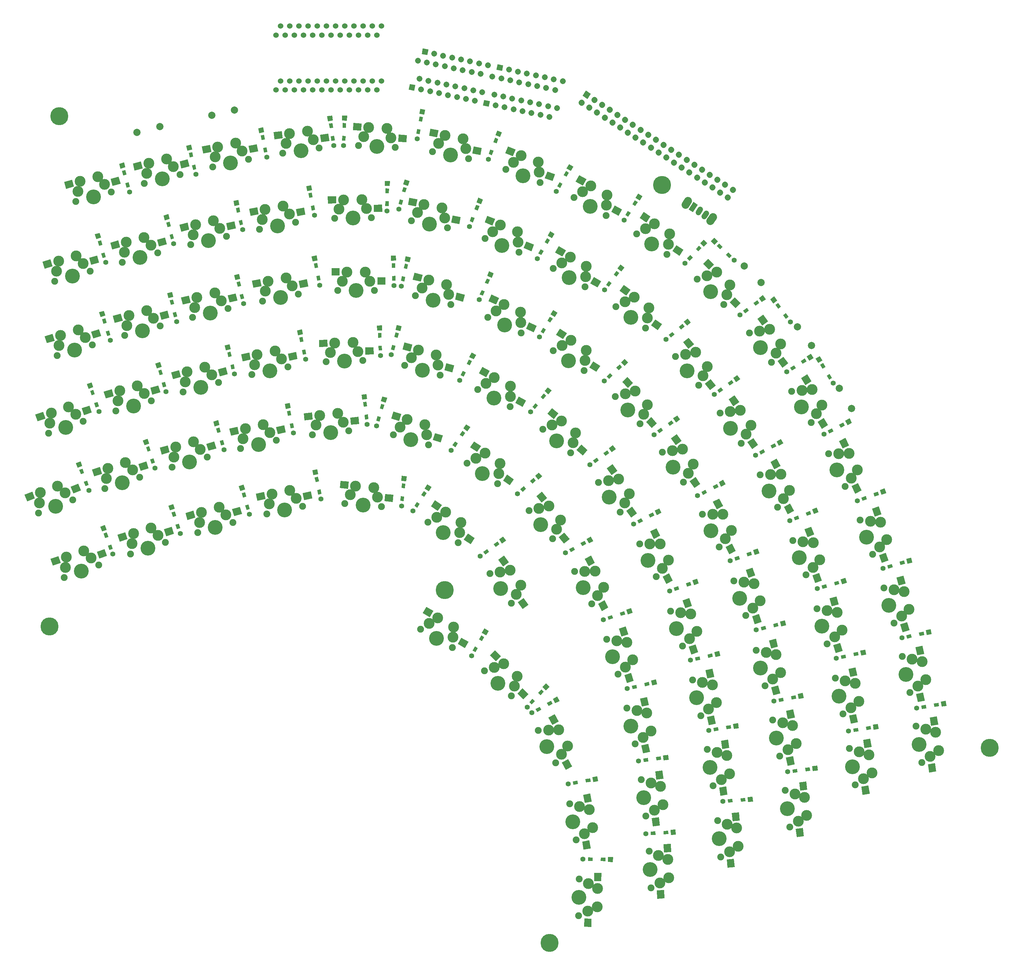
<source format=gts>
G04 #@! TF.GenerationSoftware,KiCad,Pcbnew,(5.1.5)-3*
G04 #@! TF.CreationDate,2020-02-27T23:56:59+09:00*
G04 #@! TF.ProjectId,fan,66616e2e-6b69-4636-9164-5f7063625858,v1.2*
G04 #@! TF.SameCoordinates,Original*
G04 #@! TF.FileFunction,Soldermask,Top*
G04 #@! TF.FilePolarity,Negative*
%FSLAX46Y46*%
G04 Gerber Fmt 4.6, Leading zero omitted, Abs format (unit mm)*
G04 Created by KiCad (PCBNEW (5.1.5)-3) date 2020-02-27 23:56:59*
%MOMM*%
%LPD*%
G04 APERTURE LIST*
%ADD10C,1.700000*%
%ADD11C,0.100000*%
%ADD12C,1.900000*%
%ADD13C,4.100000*%
%ADD14C,3.000000*%
%ADD15C,1.397000*%
%ADD16R,2.300000X2.000000*%
%ADD17C,2.000000*%
%ADD18C,5.000000*%
%ADD19C,2.200000*%
%ADD20C,1.500000*%
%ADD21C,1.600000*%
%ADD22C,1.524000*%
G04 APERTURE END LIST*
D10*
X272698858Y-118647503D02*
X272698858Y-118647503D01*
X274082242Y-116517280D02*
X274082242Y-116517280D01*
X270568635Y-117264120D02*
X270568635Y-117264120D01*
X271952018Y-115133897D02*
X271952018Y-115133897D01*
X268438412Y-115880737D02*
X268438412Y-115880737D01*
X269821795Y-113750514D02*
X269821795Y-113750514D01*
X266308189Y-114497354D02*
X266308189Y-114497354D01*
X267691572Y-112367130D02*
X267691572Y-112367130D01*
X264177965Y-113113970D02*
X264177965Y-113113970D01*
X265561349Y-110983747D02*
X265561349Y-110983747D01*
X262047742Y-111730587D02*
X262047742Y-111730587D01*
X263431125Y-109600364D02*
X263431125Y-109600364D01*
X259917519Y-110347204D02*
X259917519Y-110347204D01*
X261300902Y-108216981D02*
X261300902Y-108216981D01*
X257787296Y-108963821D02*
X257787296Y-108963821D01*
X259170679Y-106833598D02*
X259170679Y-106833598D01*
X255657073Y-107580438D02*
X255657073Y-107580438D01*
X257040456Y-105450215D02*
X257040456Y-105450215D01*
X253526849Y-106197055D02*
X253526849Y-106197055D01*
X254910232Y-104066831D02*
X254910232Y-104066831D01*
X251396626Y-104813672D02*
X251396626Y-104813672D01*
X252780009Y-102683448D02*
X252780009Y-102683448D01*
X249266403Y-103430288D02*
X249266403Y-103430288D01*
X250649786Y-101300065D02*
X250649786Y-101300065D01*
X247136180Y-102046905D02*
X247136180Y-102046905D01*
X248519563Y-99916682D02*
X248519563Y-99916682D01*
X245005956Y-100663522D02*
X245005956Y-100663522D01*
X246389339Y-98533299D02*
X246389339Y-98533299D01*
X242875733Y-99280139D02*
X242875733Y-99280139D01*
X244259116Y-97149916D02*
X244259116Y-97149916D01*
X240745510Y-97896756D02*
X240745510Y-97896756D01*
X242128893Y-95766533D02*
X242128893Y-95766533D01*
X238615287Y-96513373D02*
X238615287Y-96513373D01*
X239998670Y-94383149D02*
X239998670Y-94383149D01*
X236485063Y-95129990D02*
X236485063Y-95129990D01*
X237868446Y-92999766D02*
X237868446Y-92999766D01*
X234354840Y-93746606D02*
X234354840Y-93746606D01*
X235738223Y-91616383D02*
X235738223Y-91616383D01*
X232224617Y-92363223D02*
X232224617Y-92363223D01*
D11*
G36*
X233857927Y-91408813D02*
G01*
X232432187Y-90482927D01*
X233358073Y-89057187D01*
X234783813Y-89983073D01*
X233857927Y-91408813D01*
G37*
D12*
X205324723Y-249740448D03*
X212755277Y-256669552D03*
D13*
X209040000Y-253205000D03*
D14*
X214362190Y-251221999D03*
X213558734Y-253945775D03*
X210646913Y-247757447D03*
X207985818Y-248748948D03*
D11*
G36*
X209886171Y-245626022D02*
G01*
X208522174Y-247088730D01*
X206840061Y-245520134D01*
X208204058Y-244057426D01*
X209886171Y-245626022D01*
G37*
G36*
X217442087Y-256145040D02*
G01*
X216078090Y-257607748D01*
X214395977Y-256039152D01*
X215759974Y-254576444D01*
X217442087Y-256145040D01*
G37*
D15*
X155764144Y-163448742D03*
D11*
G36*
X153351394Y-155457248D02*
G01*
X154717866Y-155166796D01*
X155008318Y-156533268D01*
X153641846Y-156823720D01*
X153351394Y-155457248D01*
G37*
G36*
X154003194Y-157448750D02*
G01*
X154932435Y-157251234D01*
X155202720Y-158522826D01*
X154273479Y-158720342D01*
X154003194Y-157448750D01*
G37*
G36*
X154741280Y-160921174D02*
G01*
X155670521Y-160723658D01*
X155940806Y-161995250D01*
X155011565Y-162192766D01*
X154741280Y-160921174D01*
G37*
D12*
X205428906Y-130030999D03*
X214849094Y-133837001D03*
D13*
X210139000Y-131934000D03*
D14*
X214397048Y-128175407D03*
X214623072Y-131006203D03*
X209686955Y-126272405D03*
X207557930Y-128151702D03*
D11*
G36*
X208212906Y-124555175D02*
G01*
X207463693Y-126409542D01*
X205331170Y-125547947D01*
X206080383Y-123693580D01*
X208212906Y-124555175D01*
G37*
G36*
X219036640Y-131667726D02*
G01*
X218287427Y-133522093D01*
X216154904Y-132660498D01*
X216904117Y-130806131D01*
X219036640Y-131667726D01*
G37*
D12*
X221417494Y-182811639D03*
X229200506Y-189342361D03*
D13*
X225309000Y-186077000D03*
D14*
X230520114Y-183818175D03*
X229860310Y-186580267D03*
X226628608Y-180552814D03*
X224023051Y-181682226D03*
D11*
G36*
X225757358Y-178464124D02*
G01*
X224471782Y-179996213D01*
X222709880Y-178517802D01*
X223995456Y-176985713D01*
X225757358Y-178464124D01*
G37*
G36*
X233853442Y-188573280D02*
G01*
X232567866Y-190105369D01*
X230805964Y-188626958D01*
X232091540Y-187094869D01*
X233853442Y-188573280D01*
G37*
D12*
X321015809Y-245777010D03*
X323128191Y-255714990D03*
D13*
X322072000Y-250746000D03*
D14*
X327569086Y-252174304D03*
X325348639Y-253944646D03*
X326512894Y-247205314D03*
X323764351Y-246491162D03*
D11*
G36*
X327112265Y-245023009D02*
G01*
X325155970Y-245438832D01*
X324677773Y-243189093D01*
X326634068Y-242773270D01*
X327112265Y-245023009D01*
G37*
G36*
X327268249Y-257973579D02*
G01*
X325311954Y-258389402D01*
X324833757Y-256139663D01*
X326790052Y-255723840D01*
X327268249Y-257973579D01*
G37*
D12*
X163769774Y-124420658D03*
X173928226Y-124243342D03*
D13*
X168849000Y-124332000D03*
D14*
X171299955Y-119208445D03*
X172614091Y-121725892D03*
X166220729Y-119297103D03*
X164995251Y-121858881D03*
D11*
G36*
X164192884Y-118292341D02*
G01*
X164227789Y-120292036D01*
X161928140Y-120332177D01*
X161893235Y-118332482D01*
X164192884Y-118292341D01*
G37*
G36*
X176935279Y-120610308D02*
G01*
X176970184Y-122610003D01*
X174670535Y-122650144D01*
X174635630Y-120650449D01*
X176935279Y-120610308D01*
G37*
D12*
X164638000Y-144376000D03*
X174798000Y-144376000D03*
D13*
X169718000Y-144376000D03*
D14*
X172258000Y-139296000D03*
X173528000Y-141835999D03*
X167178000Y-139296000D03*
X165908000Y-141836000D03*
D16*
X164018000Y-139256000D03*
X176718000Y-141796000D03*
D12*
X206250956Y-151824099D03*
X215459044Y-156117901D03*
D13*
X210855000Y-153971000D03*
D14*
X215303923Y-150440407D03*
X215381483Y-153279153D03*
X210699879Y-148293506D03*
X208475418Y-150058803D03*
D11*
G36*
X209317723Y-146501483D02*
G01*
X208472487Y-148314099D01*
X206387979Y-147342077D01*
X207233215Y-145529461D01*
X209317723Y-146501483D01*
G37*
G36*
X219754382Y-154170757D02*
G01*
X218909146Y-155983373D01*
X216824638Y-155011351D01*
X217669874Y-153198735D01*
X219754382Y-154170757D01*
G37*
D12*
X92129097Y-119759801D03*
X101942903Y-117130199D03*
D13*
X97036000Y-118445000D03*
D14*
X98174651Y-112880696D03*
X100058777Y-115005447D03*
X93267748Y-114195497D03*
X92698422Y-116977649D03*
D11*
G36*
X91057065Y-113711160D02*
G01*
X91574703Y-115643012D01*
X89353073Y-116238296D01*
X88835435Y-114306444D01*
X91057065Y-113711160D01*
G37*
G36*
X103981724Y-112877610D02*
G01*
X104499362Y-114809462D01*
X102277732Y-115404746D01*
X101760094Y-113472894D01*
X103981724Y-112877610D01*
G37*
D12*
X170408962Y-104230133D03*
X180555038Y-104761867D03*
D13*
X175482000Y-104496000D03*
D14*
X178284386Y-99555895D03*
X179419712Y-102158880D03*
X173211348Y-99290029D03*
X171810155Y-101760081D03*
D11*
G36*
X171258532Y-98146259D02*
G01*
X171153860Y-100143518D01*
X168857012Y-100023145D01*
X168961684Y-98025886D01*
X171258532Y-98146259D01*
G37*
G36*
X183808194Y-101347444D02*
G01*
X183703522Y-103344703D01*
X181406674Y-103224330D01*
X181511346Y-101227071D01*
X183808194Y-101347444D01*
G37*
D12*
X190875334Y-105936690D03*
X200848666Y-107875310D03*
D13*
X195862000Y-106906000D03*
D14*
X199324643Y-102403989D03*
X200086655Y-105139648D03*
X194337977Y-101434679D03*
X192606655Y-103685685D03*
D11*
G36*
X192563347Y-100030261D02*
G01*
X192181729Y-101993516D01*
X189923987Y-101554655D01*
X190305605Y-99591400D01*
X192563347Y-100030261D01*
G37*
G36*
X204545357Y-104946868D02*
G01*
X204163739Y-106910123D01*
X201905997Y-106471262D01*
X202287615Y-104508007D01*
X204545357Y-104946868D01*
G37*
D12*
X231551658Y-307358774D03*
X231374342Y-317517226D03*
D13*
X231463000Y-312438000D03*
D14*
X236497897Y-315066271D03*
X233936120Y-316291749D03*
X236586555Y-309987045D03*
X234069107Y-308672909D03*
D11*
G36*
X237661476Y-307995501D02*
G01*
X235661781Y-307960596D01*
X235701922Y-305660947D01*
X237701617Y-305695852D01*
X237661476Y-307995501D01*
G37*
G36*
X234900217Y-320649238D02*
G01*
X232900522Y-320614333D01*
X232940663Y-318314684D01*
X234940358Y-318349589D01*
X234900217Y-320649238D01*
G37*
D12*
X241697194Y-148863051D03*
X249916806Y-154834949D03*
D13*
X245807000Y-151849000D03*
D14*
X250847852Y-149232168D03*
X250382330Y-152033558D03*
X246738046Y-146246219D03*
X244217620Y-147554635D03*
D11*
G36*
X245723219Y-144223393D02*
G01*
X244547648Y-145841427D01*
X242686909Y-144489521D01*
X243862480Y-142871487D01*
X245723219Y-144223393D01*
G37*
G36*
X254504760Y-153743169D02*
G01*
X253329189Y-155361203D01*
X251468450Y-154009297D01*
X252644021Y-152391263D01*
X254504760Y-153743169D01*
G37*
D12*
X81734411Y-206017509D03*
X91219589Y-202376491D03*
D13*
X86477000Y-204197000D03*
D14*
X87027785Y-198544157D03*
X89123686Y-200460323D03*
X82285197Y-200364666D03*
X82009804Y-203191088D03*
D11*
G36*
X80035998Y-200114062D02*
G01*
X80752733Y-201981223D01*
X78605498Y-202805470D01*
X77888763Y-200938309D01*
X80035998Y-200114062D01*
G37*
G36*
X92802724Y-197934083D02*
G01*
X93519459Y-199801244D01*
X91372224Y-200625491D01*
X90655489Y-198758330D01*
X92802724Y-197934083D01*
G37*
D12*
X186151898Y-145842037D03*
X196010102Y-148299963D03*
D13*
X191081000Y-147071000D03*
D14*
X194774514Y-142756379D03*
X195392309Y-145528170D03*
X189845412Y-141527416D03*
X187998655Y-143684726D03*
D11*
G36*
X188146716Y-140032045D02*
G01*
X187662872Y-141972637D01*
X185431192Y-141416217D01*
X185915036Y-139475625D01*
X188146716Y-140032045D01*
G37*
G36*
X199854991Y-145569004D02*
G01*
X199371147Y-147509596D01*
X197139467Y-146953176D01*
X197623311Y-145012584D01*
X199854991Y-145569004D01*
G37*
D12*
X185043334Y-125082690D03*
X195016666Y-127021310D03*
D13*
X190030000Y-126052000D03*
D14*
X193492643Y-121549989D03*
X194254655Y-124285648D03*
X188505977Y-120580679D03*
X186774655Y-122831685D03*
D11*
G36*
X186731347Y-119176261D02*
G01*
X186349729Y-121139516D01*
X184091987Y-120700655D01*
X184473605Y-118737400D01*
X186731347Y-119176261D01*
G37*
G36*
X198713357Y-124092868D02*
G01*
X198331739Y-126056123D01*
X196073997Y-125617262D01*
X196455615Y-123654007D01*
X198713357Y-124092868D01*
G37*
D12*
X269871249Y-291173331D03*
X270756751Y-301294669D03*
D13*
X270314000Y-296234000D03*
D14*
X275596045Y-298321583D03*
X273176399Y-299808126D03*
X275153293Y-293260914D03*
X272512271Y-292217123D03*
D11*
G36*
X276014153Y-291167921D02*
G01*
X274021763Y-291342233D01*
X273821305Y-289050985D01*
X275813695Y-288876673D01*
X276014153Y-291167921D01*
G37*
G36*
X274590697Y-304040969D02*
G01*
X272598307Y-304215281D01*
X272397849Y-301924033D01*
X274390239Y-301749721D01*
X274590697Y-304040969D01*
G37*
D12*
X300604728Y-189586687D03*
X305217272Y-198639313D03*
D13*
X302911000Y-194113000D03*
D14*
X308590449Y-194069885D03*
X306903861Y-196354599D03*
X306284177Y-189543572D03*
X303444453Y-189565129D03*
D11*
G36*
X306298304Y-187280498D02*
G01*
X304516291Y-188188479D01*
X303472112Y-186139164D01*
X305254125Y-185231183D01*
X306298304Y-187280498D01*
G37*
G36*
X309800826Y-199749417D02*
G01*
X308018813Y-200657398D01*
X306974634Y-198608083D01*
X308756647Y-197700102D01*
X309800826Y-199749417D01*
G37*
D12*
X262912249Y-252238200D03*
X265197751Y-262137800D03*
D13*
X264055000Y-257188000D03*
D14*
X269576176Y-258520149D03*
X267386964Y-260328974D03*
X268433424Y-253570349D03*
X265672836Y-252904274D03*
D11*
G36*
X268994618Y-251377916D02*
G01*
X267045878Y-251827818D01*
X266528490Y-249586766D01*
X268477230Y-249136864D01*
X268994618Y-251377916D01*
G37*
G36*
X269376596Y-264323792D02*
G01*
X267427856Y-264773694D01*
X266910468Y-262532642D01*
X268859208Y-262082740D01*
X269376596Y-264323792D01*
G37*
D12*
X224339554Y-161060234D03*
X232860446Y-166593766D03*
D13*
X228600000Y-163827000D03*
D14*
X233496990Y-160949937D03*
X233178719Y-163771851D03*
X229236543Y-158183170D03*
X226788048Y-159621702D03*
D11*
G36*
X228117240Y-156216228D02*
G01*
X227027962Y-157893569D01*
X225099020Y-156640900D01*
X226188298Y-154963559D01*
X228117240Y-156216228D01*
G37*
G36*
X237384973Y-165263367D02*
G01*
X236295695Y-166940708D01*
X234366753Y-165688039D01*
X235456031Y-164010698D01*
X237384973Y-165263367D01*
G37*
D12*
X149447438Y-106380999D03*
X159508562Y-104967001D03*
D13*
X154478000Y-105674000D03*
D14*
X156286282Y-100289939D03*
X157897422Y-102628469D03*
X151255720Y-100996938D03*
X150351579Y-103688969D03*
D11*
G36*
X149120541Y-100246797D02*
G01*
X149398887Y-102227333D01*
X147121271Y-102547431D01*
X146842925Y-100566895D01*
X149120541Y-100246797D01*
G37*
G36*
X162050445Y-100994580D02*
G01*
X162328791Y-102975116D01*
X160051175Y-103295214D01*
X159772829Y-101314678D01*
X162050445Y-100994580D01*
G37*
D12*
X111093898Y-114744963D03*
X120952102Y-112287037D03*
D13*
X116023000Y-113516000D03*
D14*
X117258588Y-107972416D03*
X119105345Y-110129725D03*
X112329486Y-109201379D03*
X111711692Y-111973171D03*
D11*
G36*
X110127592Y-108678535D02*
G01*
X110611436Y-110619127D01*
X108379756Y-111175547D01*
X107895912Y-109234955D01*
X110127592Y-108678535D01*
G37*
G36*
X123064830Y-108070678D02*
G01*
X123548674Y-110011270D01*
X121316994Y-110567690D01*
X120833150Y-108627098D01*
X123064830Y-108070678D01*
G37*
D12*
X306406313Y-271258543D03*
X307995687Y-281293457D03*
D13*
X307201000Y-276276000D03*
D14*
X312615800Y-277990041D03*
X310305745Y-279641749D03*
X311821113Y-272972585D03*
X309113713Y-272115564D03*
D11*
G36*
X312533876Y-270824639D02*
G01*
X310558499Y-271137508D01*
X310198700Y-268865825D01*
X312174077Y-268552956D01*
X312533876Y-270824639D01*
G37*
G36*
X312011865Y-283765624D02*
G01*
X310036488Y-284078493D01*
X309676689Y-281806810D01*
X311652066Y-281493941D01*
X312011865Y-283765624D01*
G37*
D12*
X250882133Y-299705962D03*
X251413867Y-309852038D03*
D13*
X251148000Y-304779000D03*
D14*
X256353971Y-307049652D03*
X253883920Y-308450845D03*
X256088105Y-301976614D03*
X253485119Y-300841288D03*
D11*
G36*
X257021484Y-299914940D02*
G01*
X255024225Y-300019612D01*
X254903852Y-297722764D01*
X256901111Y-297618092D01*
X257021484Y-299914940D01*
G37*
G36*
X255149632Y-312730468D02*
G01*
X253152373Y-312835140D01*
X253032000Y-310538292D01*
X255029259Y-310433620D01*
X255149632Y-312730468D01*
G37*
D12*
X86264791Y-141824238D03*
X96031209Y-139023762D03*
D13*
X91148000Y-140424000D03*
D14*
X92189367Y-134840672D03*
X94110288Y-136932216D03*
X87306158Y-136240909D03*
X86785474Y-139032574D03*
D11*
G36*
X85087359Y-135795228D02*
G01*
X85638633Y-137717752D01*
X83427731Y-138351718D01*
X82876457Y-136429194D01*
X85087359Y-135795228D01*
G37*
G36*
X97995501Y-134736238D02*
G01*
X98546775Y-136658762D01*
X96335873Y-137292728D01*
X95784599Y-135370204D01*
X97995501Y-134736238D01*
G37*
D12*
X86928972Y-162414248D03*
X96645028Y-159443752D03*
D13*
X91787000Y-160929000D03*
D14*
X92730766Y-155328348D03*
X94687897Y-157386049D03*
X87872738Y-156813596D03*
X87400855Y-159613922D03*
D11*
G36*
X85646499Y-156406706D02*
G01*
X86231242Y-158319315D01*
X84031741Y-158991770D01*
X83446998Y-157079161D01*
X85646499Y-156406706D01*
G37*
G36*
X98534193Y-155122600D02*
G01*
X99118936Y-157035209D01*
X96919435Y-157707664D01*
X96334692Y-155795055D01*
X98534193Y-155122600D01*
G37*
D12*
X217619639Y-205378494D03*
X224150361Y-213161506D03*
D13*
X220885000Y-209270000D03*
D14*
X226409186Y-207950392D03*
X225279774Y-210555948D03*
X223143825Y-204058886D03*
X220381732Y-204718690D03*
D11*
G36*
X222648508Y-201850637D02*
G01*
X221116419Y-203136213D01*
X219638008Y-201374311D01*
X221170097Y-200088735D01*
X222648508Y-201850637D01*
G37*
G36*
X228866158Y-213212082D02*
G01*
X227334069Y-214497658D01*
X225855658Y-212735756D01*
X227387747Y-211450180D01*
X228866158Y-213212082D01*
G37*
D12*
X248271728Y-214586687D03*
X252884272Y-223639313D03*
D13*
X250578000Y-219113000D03*
D14*
X256257449Y-219069885D03*
X254570861Y-221354599D03*
X253951177Y-214543572D03*
X251111453Y-214565129D03*
D11*
G36*
X253965304Y-212280498D02*
G01*
X252183291Y-213188479D01*
X251139112Y-211139164D01*
X252921125Y-210231183D01*
X253965304Y-212280498D01*
G37*
G36*
X257467826Y-224749417D02*
G01*
X255685813Y-225657398D01*
X254641634Y-223608083D01*
X256423647Y-222700102D01*
X257467826Y-224749417D01*
G37*
D12*
X264247754Y-141236135D03*
X271556246Y-148293865D03*
D13*
X267902000Y-144765000D03*
D14*
X273257988Y-142875186D03*
X272407118Y-145584525D03*
X269603741Y-139346322D03*
X266925748Y-140291229D03*
D11*
G36*
X268880313Y-137201945D02*
G01*
X267490996Y-138640625D01*
X265836515Y-137042911D01*
X267225832Y-135604231D01*
X268880313Y-137201945D01*
G37*
G36*
X276251496Y-147851229D02*
G01*
X274862179Y-149289909D01*
X273207698Y-147692195D01*
X274597015Y-146253515D01*
X276251496Y-147851229D01*
G37*
D12*
X224350591Y-138322000D03*
X233149409Y-143402000D03*
D13*
X228750000Y-140862000D03*
D14*
X233489705Y-137732591D03*
X233319557Y-140567295D03*
X229090295Y-135192591D03*
X226720443Y-136757295D03*
D11*
G36*
X227869584Y-133286925D02*
G01*
X226869584Y-135018975D01*
X224877726Y-133868975D01*
X225877726Y-132136925D01*
X227869584Y-133286925D01*
G37*
G36*
X237598107Y-141836629D02*
G01*
X236598107Y-143568679D01*
X234606249Y-142418679D01*
X235606249Y-140686629D01*
X237598107Y-141836629D01*
G37*
D12*
X265684728Y-206372687D03*
X270297272Y-215425313D03*
D13*
X267991000Y-210899000D03*
D14*
X273670449Y-210855885D03*
X271983861Y-213140599D03*
X271364177Y-206329572D03*
X268524453Y-206351129D03*
D11*
G36*
X271378304Y-204066498D02*
G01*
X269596291Y-204974479D01*
X268552112Y-202925164D01*
X270334125Y-202017183D01*
X271378304Y-204066498D01*
G37*
G36*
X274880826Y-216535417D02*
G01*
X273098813Y-217443398D01*
X272054634Y-215394083D01*
X273836647Y-214486102D01*
X274880826Y-216535417D01*
G37*
D12*
X278653780Y-156158932D03*
X284768220Y-164273068D03*
D13*
X281711000Y-160216000D03*
D14*
X287296679Y-159187314D03*
X286032450Y-161730191D03*
X284239458Y-155130245D03*
X281446619Y-155644589D03*
D11*
G36*
X283860391Y-152899101D02*
G01*
X282263120Y-154102731D01*
X280878945Y-152265869D01*
X282476216Y-151062239D01*
X283860391Y-152899101D01*
G37*
G36*
X289474908Y-164570382D02*
G01*
X287877637Y-165774012D01*
X286493462Y-163937150D01*
X288090733Y-162733520D01*
X289474908Y-164570382D01*
G37*
D12*
X254573232Y-189159708D03*
X260400768Y-197482292D03*
D13*
X257487000Y-193321000D03*
D14*
X263105177Y-192487878D03*
X261752973Y-194985085D03*
X260191408Y-188326586D03*
X257382320Y-188743147D03*
D11*
G36*
X259890438Y-186083570D02*
G01*
X258252134Y-187230723D01*
X256932908Y-185346674D01*
X258571212Y-184199521D01*
X259890438Y-186083570D01*
G37*
G36*
X265094212Y-197943685D02*
G01*
X263455908Y-199090838D01*
X262136682Y-197206789D01*
X263774986Y-196059636D01*
X265094212Y-197943685D01*
G37*
D12*
X228900867Y-286513177D03*
X230665133Y-296518823D03*
D13*
X229783000Y-291516000D03*
D14*
X235226890Y-293135279D03*
X232946012Y-294827051D03*
X234344757Y-288132456D03*
X231622812Y-287322816D03*
D11*
G36*
X235019924Y-285972398D02*
G01*
X233050309Y-286319694D01*
X232650918Y-284054636D01*
X234620533Y-283707340D01*
X235019924Y-285972398D01*
G37*
G36*
X234723844Y-298920523D02*
G01*
X232754229Y-299267819D01*
X232354838Y-297002761D01*
X234324453Y-296655465D01*
X234723844Y-298920523D01*
G37*
D12*
X288595904Y-282858866D03*
X289834096Y-292943134D03*
D13*
X289215000Y-287901000D03*
D14*
X294566683Y-289802971D03*
X292200390Y-291373053D03*
X293947586Y-284760837D03*
X291271745Y-283809851D03*
D11*
G36*
X294734877Y-282639075D02*
G01*
X292749785Y-282882813D01*
X292469485Y-280599957D01*
X294454577Y-280356219D01*
X294734877Y-282639075D01*
G37*
G36*
X293761550Y-295553959D02*
G01*
X291776458Y-295797697D01*
X291496158Y-293514841D01*
X293481250Y-293271103D01*
X293761550Y-295553959D01*
G37*
D12*
X281697084Y-195414626D03*
X286466916Y-204385374D03*
D13*
X284082000Y-199900000D03*
D14*
X289759832Y-199757771D03*
X288113374Y-202071572D03*
X287374916Y-195272398D03*
X284536000Y-195343512D03*
D11*
G36*
X287349544Y-193009422D02*
G01*
X285583649Y-193948365D01*
X284503864Y-191917586D01*
X286269759Y-190978643D01*
X287349544Y-193009422D01*
G37*
G36*
X291069146Y-205415315D02*
G01*
X289303251Y-206354258D01*
X288223466Y-204323479D01*
X289989361Y-203384536D01*
X291069146Y-205415315D01*
G37*
D12*
X270549232Y-178373708D03*
X276376768Y-186696292D03*
D13*
X273463000Y-182535000D03*
D14*
X279081177Y-181701878D03*
X277728973Y-184199085D03*
X276167408Y-177540586D03*
X273358320Y-177957147D03*
D11*
G36*
X275866438Y-175297570D02*
G01*
X274228134Y-176444723D01*
X272908908Y-174560674D01*
X274547212Y-173413521D01*
X275866438Y-175297570D01*
G37*
G36*
X281070212Y-187157685D02*
G01*
X279431908Y-188304838D01*
X278112682Y-186420789D01*
X279750986Y-185273636D01*
X281070212Y-187157685D01*
G37*
D12*
X280542037Y-244030898D03*
X282999963Y-253889102D03*
D13*
X281771000Y-248960000D03*
D14*
X287314584Y-250195588D03*
X285157275Y-252042345D03*
X286085621Y-245266486D03*
X283313829Y-244648692D03*
D11*
G36*
X286608465Y-243064592D02*
G01*
X284667873Y-243548436D01*
X284111453Y-241316756D01*
X286052045Y-240832912D01*
X286608465Y-243064592D01*
G37*
G36*
X287216322Y-256001830D02*
G01*
X285275730Y-256485674D01*
X284719310Y-254253994D01*
X286659902Y-253770150D01*
X287216322Y-256001830D01*
G37*
D12*
X230230084Y-222227626D03*
X234999916Y-231198374D03*
D13*
X232615000Y-226713000D03*
D14*
X238292832Y-226570771D03*
X236646374Y-228884572D03*
X235907916Y-222085398D03*
X233069000Y-222156512D03*
D11*
G36*
X235882544Y-219822422D02*
G01*
X234116649Y-220761365D01*
X233036864Y-218730586D01*
X234802759Y-217791643D01*
X235882544Y-219822422D01*
G37*
G36*
X239602146Y-232228315D02*
G01*
X237836251Y-233167258D01*
X236756466Y-231136479D01*
X238522361Y-230197536D01*
X239602146Y-232228315D01*
G37*
D12*
X183202097Y-165175199D03*
X193015903Y-167804801D03*
D13*
X188109000Y-166490000D03*
D14*
X191877252Y-162240497D03*
X192446578Y-165022648D03*
X186970349Y-160925696D03*
X185086223Y-163050448D03*
D11*
G36*
X185298010Y-159400907D02*
G01*
X184780372Y-161332759D01*
X182558742Y-160737475D01*
X183076380Y-158805623D01*
X185298010Y-159400907D01*
G37*
G36*
X196907868Y-165141361D02*
G01*
X196390230Y-167073213D01*
X194168600Y-166477929D01*
X194686238Y-164546077D01*
X196907868Y-165141361D01*
G37*
D12*
X297398762Y-232509791D03*
X300199238Y-242276209D03*
D13*
X298799000Y-237393000D03*
D14*
X304382328Y-238434367D03*
X302290784Y-240355288D03*
X302982091Y-233551158D03*
X300190426Y-233030474D03*
D11*
G36*
X303427772Y-231332359D02*
G01*
X301505248Y-231883633D01*
X300871282Y-229672731D01*
X302793806Y-229121457D01*
X303427772Y-231332359D01*
G37*
G36*
X304486762Y-244240501D02*
G01*
X302564238Y-244791775D01*
X301930272Y-242580873D01*
X303852796Y-242029599D01*
X304486762Y-244240501D01*
G37*
D12*
X144987010Y-206277191D03*
X154924990Y-204164809D03*
D13*
X149956000Y-205221000D03*
D14*
X151384304Y-199723914D03*
X153154646Y-201944361D03*
X146415314Y-200780106D03*
X145701162Y-203528649D03*
D11*
G36*
X144233009Y-200180735D02*
G01*
X144648832Y-202137030D01*
X142399093Y-202615227D01*
X141983270Y-200658932D01*
X144233009Y-200180735D01*
G37*
G36*
X157183579Y-200024751D02*
G01*
X157599402Y-201981046D01*
X155349663Y-202459243D01*
X154933840Y-200502948D01*
X157183579Y-200024751D01*
G37*
D12*
X309361538Y-207949361D03*
X312836462Y-217496639D03*
D13*
X311099000Y-212723000D03*
D14*
X316741370Y-213372357D03*
X314788917Y-215434497D03*
X315003907Y-208598718D03*
X312182723Y-208274040D03*
D11*
G36*
X315293727Y-206354235D02*
G01*
X313414342Y-207038276D01*
X312627695Y-204876983D01*
X314507080Y-204192942D01*
X315293727Y-206354235D01*
G37*
G36*
X317250564Y-219157062D02*
G01*
X315371179Y-219841103D01*
X314584532Y-217679810D01*
X316463917Y-216995769D01*
X317250564Y-219157062D01*
G37*
D12*
X187630591Y-238177000D03*
X196429409Y-243257000D03*
D13*
X192030000Y-240717000D03*
D14*
X196769705Y-237587591D03*
X196599557Y-240422295D03*
X192370295Y-235047591D03*
X190000443Y-236612295D03*
D11*
G36*
X191149584Y-233141925D02*
G01*
X190149584Y-234873975D01*
X188157726Y-233723975D01*
X189157726Y-231991925D01*
X191149584Y-233141925D01*
G37*
G36*
X200878107Y-241691629D02*
G01*
X199878107Y-243423679D01*
X197886249Y-242273679D01*
X198886249Y-240541629D01*
X200878107Y-241691629D01*
G37*
D12*
X239152194Y-241015633D03*
X242291806Y-250678367D03*
D13*
X240722000Y-245847000D03*
D14*
X246338270Y-246692877D03*
X244315039Y-248685622D03*
X244768464Y-241861510D03*
X241960329Y-241438572D03*
D11*
G36*
X245136438Y-239628509D02*
G01*
X243234325Y-240246543D01*
X242523586Y-238059113D01*
X244425699Y-237441079D01*
X245136438Y-239628509D01*
G37*
G36*
X246645271Y-252491830D02*
G01*
X244743158Y-253109864D01*
X244032419Y-250922434D01*
X245934532Y-250304400D01*
X246645271Y-252491830D01*
G37*
D12*
X244738249Y-260073200D03*
X247023751Y-269972800D03*
D13*
X245881000Y-265023000D03*
D14*
X251402176Y-266355149D03*
X249212964Y-268163974D03*
X250259424Y-261405349D03*
X247498836Y-260739274D03*
D11*
G36*
X250820618Y-259212916D02*
G01*
X248871878Y-259662818D01*
X248354490Y-257421766D01*
X250303230Y-256971864D01*
X250820618Y-259212916D01*
G37*
G36*
X251202596Y-272158792D02*
G01*
X249253856Y-272608694D01*
X248736468Y-270367642D01*
X250685208Y-269917740D01*
X251202596Y-272158792D01*
G37*
D12*
X274360114Y-224816766D03*
X277667886Y-234423234D03*
D13*
X276014000Y-229620000D03*
D14*
X281644177Y-230367731D03*
X279656033Y-232395482D03*
X279990291Y-225564497D03*
X277175203Y-225190631D03*
D11*
G36*
X280319239Y-223325413D02*
G01*
X278428202Y-223976550D01*
X277679395Y-221801857D01*
X279570432Y-221150720D01*
X280319239Y-223325413D01*
G37*
G36*
X282052337Y-236160442D02*
G01*
X280161300Y-236811579D01*
X279412493Y-234636886D01*
X281303530Y-233985749D01*
X282052337Y-236160442D01*
G37*
D12*
X258237052Y-162708099D03*
X264630948Y-170603901D03*
D13*
X261434000Y-166656000D03*
D14*
X266980375Y-165433003D03*
X265805662Y-168018452D03*
X263783428Y-161485102D03*
X261010240Y-162096600D03*
D11*
G36*
X263326725Y-159268545D02*
G01*
X261772433Y-160527186D01*
X260324997Y-158739751D01*
X261879289Y-157481110D01*
X263326725Y-159268545D01*
G37*
G36*
X269345143Y-170736772D02*
G01*
X267790851Y-171995413D01*
X266343415Y-170207978D01*
X267897707Y-168949337D01*
X269345143Y-170736772D01*
G37*
D12*
X267008313Y-271483543D03*
X268597687Y-281518457D03*
D13*
X267803000Y-276501000D03*
D14*
X273217800Y-278215041D03*
X270907745Y-279866749D03*
X272423113Y-273197585D03*
X269715713Y-272340564D03*
D11*
G36*
X273135876Y-271049639D02*
G01*
X271160499Y-271362508D01*
X270800700Y-269090825D01*
X272776077Y-268777956D01*
X273135876Y-271049639D01*
G37*
G36*
X272613865Y-283990624D02*
G01*
X270638488Y-284303493D01*
X270278689Y-282031810D01*
X272254066Y-281718941D01*
X272613865Y-283990624D01*
G37*
D12*
X285165690Y-263323334D03*
X287104310Y-273296666D03*
D13*
X286135000Y-268310000D03*
D14*
X291606321Y-269834023D03*
X289355316Y-271565345D03*
X290637011Y-264847357D03*
X287901351Y-264085346D03*
D11*
G36*
X291274378Y-262675845D02*
G01*
X289311123Y-263057463D01*
X288872262Y-260799721D01*
X290835517Y-260418103D01*
X291274378Y-262675845D01*
G37*
G36*
X291204319Y-275627165D02*
G01*
X289241064Y-276008783D01*
X288802203Y-273751041D01*
X290765458Y-273369423D01*
X291204319Y-275627165D01*
G37*
D12*
X247428489Y-128697300D03*
X255851511Y-134378700D03*
D13*
X251640000Y-131538000D03*
D14*
X256586455Y-128746839D03*
X256218984Y-131562769D03*
X252374945Y-125906139D03*
X249901717Y-127301720D03*
D11*
G36*
X251290140Y-123919962D02*
G01*
X250171754Y-125578037D01*
X248264968Y-124291894D01*
X249383354Y-122633819D01*
X251290140Y-123919962D01*
G37*
G36*
X260398567Y-133127467D02*
G01*
X259280181Y-134785542D01*
X257373395Y-133499399D01*
X258491781Y-131841324D01*
X260398567Y-133127467D01*
G37*
D12*
X256817114Y-233240766D03*
X260124886Y-242847234D03*
D13*
X258471000Y-238044000D03*
D14*
X264101177Y-238791731D03*
X262113033Y-240819482D03*
X262447291Y-233988497D03*
X259632203Y-233614631D03*
D11*
G36*
X262776239Y-231749413D02*
G01*
X260885202Y-232400550D01*
X260136395Y-230225857D01*
X262027432Y-229574720D01*
X262776239Y-231749413D01*
G37*
G36*
X264509337Y-244584442D02*
G01*
X262618300Y-245235579D01*
X261869493Y-243060886D01*
X263760530Y-242409749D01*
X264509337Y-244584442D01*
G37*
D12*
X220215084Y-266198626D03*
X224984916Y-275169374D03*
D13*
X222600000Y-270684000D03*
D14*
X228277832Y-270541771D03*
X226631374Y-272855572D03*
X225892916Y-266056398D03*
X223054000Y-266127512D03*
D11*
G36*
X225867544Y-263793422D02*
G01*
X224101649Y-264732365D01*
X223021864Y-262701586D01*
X224787759Y-261762643D01*
X225867544Y-263793422D01*
G37*
G36*
X229587146Y-276199315D02*
G01*
X227821251Y-277138258D01*
X226741466Y-275107479D01*
X228507361Y-274168536D01*
X229587146Y-276199315D01*
G37*
D12*
X290712491Y-213669411D03*
X294353509Y-223154589D03*
D13*
X292533000Y-218412000D03*
D14*
X298185843Y-218962785D03*
X296269677Y-221058686D03*
X296365334Y-214220197D03*
X293538912Y-213944804D03*
D11*
G36*
X296615938Y-211970998D02*
G01*
X294748777Y-212687733D01*
X293924530Y-210540498D01*
X295791691Y-209823763D01*
X296615938Y-211970998D01*
G37*
G36*
X298795917Y-224737724D02*
G01*
X296928756Y-225454459D01*
X296104509Y-223307224D01*
X297971670Y-222590489D01*
X298795917Y-224737724D01*
G37*
D12*
X302466809Y-251753010D03*
X304579191Y-261690990D03*
D13*
X303523000Y-256722000D03*
D14*
X309020086Y-258150304D03*
X306799639Y-259920646D03*
X307963894Y-253181314D03*
X305215351Y-252467162D03*
D11*
G36*
X308563265Y-250999009D02*
G01*
X306606970Y-251414832D01*
X306128773Y-249165093D01*
X308085068Y-248749270D01*
X308563265Y-250999009D01*
G37*
G36*
X308719249Y-263949579D02*
G01*
X306762954Y-264365402D01*
X306284757Y-262115663D01*
X308241052Y-261699840D01*
X308719249Y-263949579D01*
G37*
D12*
X324850313Y-265060543D03*
X326439687Y-275095457D03*
D13*
X325645000Y-270078000D03*
D14*
X331059800Y-271792041D03*
X328749745Y-273443749D03*
X330265113Y-266774585D03*
X327557713Y-265917564D03*
D11*
G36*
X330977876Y-264626639D02*
G01*
X329002499Y-264939508D01*
X328642700Y-262667825D01*
X330618077Y-262354956D01*
X330977876Y-264626639D01*
G37*
G36*
X330455865Y-277567624D02*
G01*
X328480488Y-277880493D01*
X328120689Y-275608810D01*
X330096066Y-275295941D01*
X330455865Y-277567624D01*
G37*
D12*
X236866051Y-197529194D03*
X242837949Y-205748806D03*
D13*
X239852000Y-201639000D03*
D14*
X245454781Y-200707954D03*
X244146366Y-203228380D03*
X242468832Y-196598148D03*
X239667441Y-197063671D03*
D11*
G36*
X242128761Y-194360727D02*
G01*
X240510727Y-195536298D01*
X239158821Y-193675559D01*
X240776855Y-192499988D01*
X242128761Y-194360727D01*
G37*
G36*
X247538731Y-206128217D02*
G01*
X245920697Y-207303788D01*
X244568791Y-205443049D01*
X246186825Y-204267478D01*
X247538731Y-206128217D01*
G37*
D12*
X315938762Y-226739791D03*
X318739238Y-236506209D03*
D13*
X317339000Y-231623000D03*
D14*
X322922328Y-232664367D03*
X320830784Y-234585288D03*
X321522091Y-227781158D03*
X318730426Y-227260474D03*
D11*
G36*
X321967772Y-225562359D02*
G01*
X320045248Y-226113633D01*
X319411282Y-223902731D01*
X321333806Y-223351457D01*
X321967772Y-225562359D01*
G37*
G36*
X323026762Y-238470501D02*
G01*
X321104238Y-239021775D01*
X320470272Y-236810873D01*
X322392796Y-236259599D01*
X323026762Y-238470501D01*
G37*
D12*
X248739904Y-279849866D03*
X249978096Y-289934134D03*
D13*
X249359000Y-284892000D03*
D14*
X254710683Y-286793971D03*
X252344390Y-288364053D03*
X254091586Y-281751837D03*
X251415745Y-280800851D03*
D11*
G36*
X254878877Y-279630075D02*
G01*
X252893785Y-279873813D01*
X252613485Y-277590957D01*
X254598577Y-277347219D01*
X254878877Y-279630075D01*
G37*
G36*
X253905550Y-292544959D02*
G01*
X251920458Y-292788697D01*
X251640158Y-290505841D01*
X253625250Y-290262103D01*
X253905550Y-292544959D01*
G37*
D12*
X241561817Y-173753824D03*
X248360183Y-181304176D03*
D13*
X244961000Y-177529000D03*
D14*
X250435767Y-176017404D03*
X249397976Y-178660789D03*
X247036584Y-172242229D03*
X244299200Y-172998026D03*
D11*
G36*
X246464502Y-170052612D02*
G01*
X244978212Y-171390873D01*
X243439212Y-169681640D01*
X244925502Y-168343379D01*
X246464502Y-170052612D01*
G37*
G36*
X253074873Y-181190143D02*
G01*
X251588583Y-182528404D01*
X250049583Y-180819171D01*
X251535873Y-179480910D01*
X253074873Y-181190143D01*
G37*
D12*
X143009334Y-127454310D03*
X152982666Y-125515690D03*
D13*
X147996000Y-126485000D03*
D14*
X149520023Y-121013679D03*
X151251345Y-123264684D03*
X144533357Y-121982989D03*
X143771346Y-124718649D03*
D11*
G36*
X142361845Y-121345622D02*
G01*
X142743463Y-123308877D01*
X140485721Y-123747738D01*
X140104103Y-121784483D01*
X142361845Y-121345622D01*
G37*
G36*
X155313165Y-121415681D02*
G01*
X155694783Y-123378936D01*
X153437041Y-123817797D01*
X153055423Y-121854542D01*
X155313165Y-121415681D01*
G37*
D12*
X161431095Y-164138289D03*
X171584905Y-163783711D03*
D13*
X166508000Y-163961000D03*
D14*
X168869163Y-158795450D03*
X170227034Y-161289579D03*
X163792258Y-158972739D03*
X162611676Y-161555514D03*
D11*
G36*
X161747187Y-158003521D02*
G01*
X161816986Y-160002302D01*
X159518387Y-160082571D01*
X159448588Y-158083790D01*
X161747187Y-158003521D01*
G37*
G36*
X174528095Y-160098750D02*
G01*
X174597894Y-162097531D01*
X172299295Y-162177800D01*
X172229496Y-160179019D01*
X174528095Y-160098750D01*
G37*
D12*
X189616489Y-208574300D03*
X198039511Y-214255700D03*
D13*
X193828000Y-211415000D03*
D14*
X198774455Y-208623839D03*
X198406984Y-211439769D03*
X194562945Y-205783139D03*
X192089717Y-207178720D03*
D11*
G36*
X193478140Y-203796962D02*
G01*
X192359754Y-205455037D01*
X190452968Y-204168894D01*
X191571354Y-202510819D01*
X193478140Y-203796962D01*
G37*
G36*
X202586567Y-213004467D02*
G01*
X201468181Y-214662542D01*
X199561395Y-213376399D01*
X200679781Y-211718324D01*
X202586567Y-213004467D01*
G37*
D12*
X290405010Y-172345916D03*
X295788990Y-180962084D03*
D13*
X293097000Y-176654000D03*
D14*
X298751079Y-176116052D03*
X297270035Y-178539068D03*
X296059089Y-171807968D03*
X293232050Y-172076942D03*
D11*
G36*
X295875921Y-169552275D02*
G01*
X294179825Y-170612114D01*
X292961011Y-168661603D01*
X294657107Y-167601764D01*
X295875921Y-169552275D01*
G37*
G36*
X300451854Y-181668481D02*
G01*
X298755758Y-182728320D01*
X297536944Y-180777809D01*
X299233040Y-179717970D01*
X300451854Y-181668481D01*
G37*
D12*
X157620829Y-184311005D03*
X167725171Y-183248995D03*
D13*
X162673000Y-183780000D03*
D14*
X164668081Y-178462326D03*
X166196626Y-180855660D03*
X159615910Y-178993331D03*
X158618369Y-181652168D03*
D11*
G36*
X157508211Y-178169130D02*
G01*
X157717268Y-180158174D01*
X155429867Y-180398590D01*
X155220810Y-178409546D01*
X157508211Y-178169130D01*
G37*
G36*
X170404142Y-179367704D02*
G01*
X170613199Y-181356748D01*
X168325798Y-181597164D01*
X168116741Y-179608120D01*
X170404142Y-179367704D01*
G37*
D12*
X123914200Y-131715751D03*
X133813800Y-129430249D03*
D13*
X128864000Y-130573000D03*
D14*
X130196149Y-125051824D03*
X132004974Y-127241036D03*
X125246349Y-126194576D03*
X124580274Y-128955164D03*
D11*
G36*
X123053916Y-125633382D02*
G01*
X123503818Y-127582122D01*
X121262766Y-128099510D01*
X120812864Y-126150770D01*
X123053916Y-125633382D01*
G37*
G36*
X135999792Y-125251404D02*
G01*
X136449694Y-127200144D01*
X134208642Y-127717532D01*
X133758740Y-125768792D01*
X135999792Y-125251404D01*
G37*
D12*
X230097932Y-118685167D03*
X238984068Y-123610833D03*
D13*
X234541000Y-121148000D03*
D14*
X239225367Y-117936348D03*
X239104718Y-120773590D03*
X234782299Y-115473515D03*
X232440115Y-117079341D03*
D11*
G36*
X233528515Y-113589443D02*
G01*
X232558896Y-115338683D01*
X230547271Y-114223621D01*
X231516890Y-112474381D01*
X233528515Y-113589443D01*
G37*
G36*
X243404769Y-121968059D02*
G01*
X242435150Y-123717299D01*
X240423525Y-122602237D01*
X241393144Y-120852997D01*
X243404769Y-121968059D01*
G37*
D12*
X166605331Y-203381249D03*
X176726669Y-204266751D03*
D13*
X171666000Y-203824000D03*
D14*
X174639086Y-198984707D03*
X175682877Y-201625728D03*
X169578417Y-198541955D03*
X168091874Y-200961602D03*
D11*
G36*
X167666708Y-197330729D02*
G01*
X167492396Y-199323119D01*
X165201148Y-199122661D01*
X165375460Y-197130271D01*
X167666708Y-197330729D01*
G37*
G36*
X180097005Y-200967942D02*
G01*
X179922693Y-202960332D01*
X177631445Y-202759874D01*
X177805757Y-200767484D01*
X180097005Y-200967942D01*
G37*
D12*
X143792334Y-147336310D03*
X153765666Y-145397690D03*
D13*
X148779000Y-146367000D03*
D14*
X150303023Y-140895679D03*
X152034345Y-143146684D03*
X145316357Y-141864989D03*
X144554346Y-144600649D03*
D11*
G36*
X143144845Y-141227622D02*
G01*
X143526463Y-143190877D01*
X141268721Y-143629738D01*
X140887103Y-141666483D01*
X143144845Y-141227622D01*
G37*
G36*
X156096165Y-141297681D02*
G01*
X156477783Y-143260936D01*
X154220041Y-143699797D01*
X153838423Y-141736542D01*
X156096165Y-141297681D01*
G37*
D12*
X206799051Y-222815194D03*
X212770949Y-231034806D03*
D13*
X209785000Y-226925000D03*
D14*
X215387781Y-225993954D03*
X214079366Y-228514380D03*
X212401832Y-221884148D03*
X209600441Y-222349671D03*
D11*
G36*
X212061761Y-219646727D02*
G01*
X210443727Y-220822298D01*
X209091821Y-218961559D01*
X210709855Y-217785988D01*
X212061761Y-219646727D01*
G37*
G36*
X217471731Y-231414217D02*
G01*
X215853697Y-232589788D01*
X214501791Y-230729049D01*
X216119825Y-229553478D01*
X217471731Y-231414217D01*
G37*
D12*
X203405626Y-171812084D03*
X212376374Y-176581916D03*
D13*
X207891000Y-174197000D03*
D14*
X212518602Y-170904084D03*
X212447489Y-173742999D03*
X208033229Y-168519168D03*
X205719427Y-170165626D03*
D11*
G36*
X206746754Y-166657265D02*
G01*
X205807811Y-168423160D01*
X203777032Y-167343375D01*
X204715975Y-165577480D01*
X206746754Y-166657265D01*
G37*
G36*
X216767731Y-174862241D02*
G01*
X215828788Y-176628136D01*
X213798009Y-175548351D01*
X214736952Y-173782456D01*
X216767731Y-174862241D01*
G37*
D12*
X100142633Y-199240806D03*
X109805367Y-196101194D03*
D13*
X104974000Y-197671000D03*
D14*
X105819877Y-192054730D03*
X107812622Y-194077961D03*
X100988510Y-193624536D03*
X100565572Y-196432671D03*
D11*
G36*
X98755509Y-193256562D02*
G01*
X99373543Y-195158675D01*
X97186113Y-195869414D01*
X96568079Y-193967301D01*
X98755509Y-193256562D01*
G37*
G36*
X111618830Y-191747729D02*
G01*
X112236864Y-193649842D01*
X110049434Y-194360581D01*
X109431400Y-192458468D01*
X111618830Y-191747729D01*
G37*
D12*
X118729791Y-193314238D03*
X128496209Y-190513762D03*
D13*
X123613000Y-191914000D03*
D14*
X124654367Y-186330672D03*
X126575288Y-188422216D03*
X119771158Y-187730909D03*
X119250474Y-190522574D03*
D11*
G36*
X117552359Y-187285228D02*
G01*
X118103633Y-189207752D01*
X115892731Y-189841718D01*
X115341457Y-187919194D01*
X117552359Y-187285228D01*
G37*
G36*
X130460501Y-186226238D02*
G01*
X131011775Y-188148762D01*
X128800873Y-188782728D01*
X128249599Y-186860204D01*
X130460501Y-186226238D01*
G37*
D12*
X105644097Y-156868801D03*
X115457903Y-154239199D03*
D13*
X110551000Y-155554000D03*
D14*
X111689651Y-149989696D03*
X113573777Y-152114447D03*
X106782748Y-151304497D03*
X106213422Y-154086649D03*
D11*
G36*
X104572065Y-150820160D02*
G01*
X105089703Y-152752012D01*
X102868073Y-153347296D01*
X102350435Y-151415444D01*
X104572065Y-150820160D01*
G37*
G36*
X117496724Y-149986610D02*
G01*
X118014362Y-151918462D01*
X115792732Y-152513746D01*
X115275094Y-150581894D01*
X117496724Y-149986610D01*
G37*
D12*
X125833791Y-211414238D03*
X135600209Y-208613762D03*
D13*
X130717000Y-210014000D03*
D14*
X131758367Y-204430672D03*
X133679288Y-206522216D03*
X126875158Y-205830909D03*
X126354474Y-208622574D03*
D11*
G36*
X124656359Y-205385228D02*
G01*
X125207633Y-207307752D01*
X122996731Y-207941718D01*
X122445457Y-206019194D01*
X124656359Y-205385228D01*
G37*
G36*
X137564501Y-204326238D02*
G01*
X138115775Y-206248762D01*
X135904873Y-206882728D01*
X135353599Y-204960204D01*
X137564501Y-204326238D01*
G37*
D12*
X200472489Y-192241300D03*
X208895511Y-197922700D03*
D13*
X204684000Y-195082000D03*
D14*
X209630455Y-192290839D03*
X209262984Y-195106769D03*
X205418945Y-189450139D03*
X202945717Y-190845720D03*
D11*
G36*
X204334140Y-187463962D02*
G01*
X203215754Y-189122037D01*
X201308968Y-187835894D01*
X202427354Y-186177819D01*
X204334140Y-187463962D01*
G37*
G36*
X213442567Y-196671467D02*
G01*
X212324181Y-198329542D01*
X210417395Y-197043399D01*
X211535781Y-195385324D01*
X213442567Y-196671467D01*
G37*
D12*
X211223411Y-110842491D03*
X220708589Y-114483509D03*
D13*
X215966000Y-112663000D03*
D14*
X220157803Y-108830666D03*
X220433196Y-111657087D03*
X215415215Y-107010157D03*
X213319313Y-108926324D03*
D11*
G36*
X213911420Y-105318914D02*
G01*
X213194685Y-107186075D01*
X211047450Y-106361828D01*
X211764185Y-104494667D01*
X213911420Y-105318914D01*
G37*
G36*
X224857637Y-112241481D02*
G01*
X224140902Y-114108642D01*
X221993667Y-113284395D01*
X222710402Y-111417234D01*
X224857637Y-112241481D01*
G37*
D12*
X140893010Y-167678191D03*
X150830990Y-165565809D03*
D13*
X145862000Y-166622000D03*
D14*
X147290304Y-161124914D03*
X149060646Y-163345361D03*
X142321314Y-162181106D03*
X141607162Y-164929649D03*
D11*
G36*
X140139009Y-161581735D02*
G01*
X140554832Y-163538030D01*
X138305093Y-164016227D01*
X137889270Y-162059932D01*
X140139009Y-161581735D01*
G37*
G36*
X153089579Y-161425751D02*
G01*
X153505402Y-163382046D01*
X151255663Y-163860243D01*
X150839840Y-161903948D01*
X153089579Y-161425751D01*
G37*
D12*
X180037791Y-184320762D03*
X189804209Y-187121238D03*
D13*
X184921000Y-185721000D03*
D14*
X188762842Y-181537909D03*
X189283526Y-184329573D03*
X183879633Y-180137672D03*
X181958712Y-182229217D03*
D11*
G36*
X182234160Y-178583928D02*
G01*
X181682886Y-180506452D01*
X179471984Y-179872486D01*
X180023258Y-177949962D01*
X182234160Y-178583928D01*
G37*
G36*
X193742064Y-184526127D02*
G01*
X193190790Y-186448651D01*
X190979888Y-185814685D01*
X191531162Y-183892161D01*
X193742064Y-184526127D01*
G37*
D12*
X137726200Y-188195751D03*
X147625800Y-185910249D03*
D13*
X142676000Y-187053000D03*
D14*
X144008149Y-181531824D03*
X145816974Y-183721036D03*
X139058349Y-182674576D03*
X138392274Y-185435164D03*
D11*
G36*
X136865916Y-182113382D02*
G01*
X137315818Y-184062122D01*
X135074766Y-184579510D01*
X134624864Y-182630770D01*
X136865916Y-182113382D01*
G37*
G36*
X149811792Y-181731404D02*
G01*
X150261694Y-183680144D01*
X148020642Y-184197532D01*
X147570740Y-182248792D01*
X149811792Y-181731404D01*
G37*
D12*
X88848361Y-223889462D03*
X98395639Y-220414538D03*
D13*
X93622000Y-222152000D03*
D14*
X94271357Y-216509630D03*
X96333497Y-218462083D03*
X89497718Y-218247093D03*
X89173040Y-221068277D03*
D11*
G36*
X87253235Y-217957273D02*
G01*
X87937276Y-219836658D01*
X85775983Y-220623305D01*
X85091942Y-218743920D01*
X87253235Y-217957273D01*
G37*
G36*
X100056062Y-216000436D02*
G01*
X100740103Y-217879821D01*
X98578810Y-218666468D01*
X97894769Y-216787083D01*
X100056062Y-216000436D01*
G37*
D12*
X121797097Y-172506801D03*
X131610903Y-169877199D03*
D13*
X126704000Y-171192000D03*
D14*
X127842651Y-165627696D03*
X129726777Y-167752447D03*
X122935748Y-166942497D03*
X122366422Y-169724649D03*
D11*
G36*
X120725065Y-166458160D02*
G01*
X121242703Y-168390012D01*
X119021073Y-168985296D01*
X118503435Y-167053444D01*
X120725065Y-166458160D01*
G37*
G36*
X133649724Y-165624610D02*
G01*
X134167362Y-167556462D01*
X131945732Y-168151746D01*
X131428094Y-166219894D01*
X133649724Y-165624610D01*
G37*
D12*
X107203633Y-217334806D03*
X116866367Y-214195194D03*
D13*
X112035000Y-215765000D03*
D14*
X112880877Y-210148730D03*
X114873622Y-212171961D03*
X108049510Y-211718536D03*
X107626572Y-214526671D03*
D11*
G36*
X105816509Y-211350562D02*
G01*
X106434543Y-213252675D01*
X104247113Y-213963414D01*
X103629079Y-212061301D01*
X105816509Y-211350562D01*
G37*
G36*
X118679830Y-209841729D02*
G01*
X119297864Y-211743842D01*
X117110434Y-212454581D01*
X116492400Y-210552468D01*
X118679830Y-209841729D01*
G37*
D12*
X124412898Y-151876963D03*
X134271102Y-149419037D03*
D13*
X129342000Y-150648000D03*
D14*
X130577588Y-145104416D03*
X132424345Y-147261725D03*
X125648486Y-146333379D03*
X125030692Y-149105171D03*
D11*
G36*
X123446592Y-145810535D02*
G01*
X123930436Y-147751127D01*
X121698756Y-148307547D01*
X121214912Y-146366955D01*
X123446592Y-145810535D01*
G37*
G36*
X136383830Y-145202678D02*
G01*
X136867674Y-147143270D01*
X134635994Y-147699690D01*
X134152150Y-145759098D01*
X136383830Y-145202678D01*
G37*
D12*
X104952097Y-136592801D03*
X114765903Y-133963199D03*
D13*
X109859000Y-135278000D03*
D14*
X110997651Y-129713696D03*
X112881777Y-131838447D03*
X106090748Y-131028497D03*
X105521422Y-133810649D03*
D11*
G36*
X103880065Y-130544160D02*
G01*
X104397703Y-132476012D01*
X102176073Y-133071296D01*
X101658435Y-131139444D01*
X103880065Y-130544160D01*
G37*
G36*
X116804724Y-129710610D02*
G01*
X117322362Y-131642462D01*
X115100732Y-132237746D01*
X114583094Y-130305894D01*
X116804724Y-129710610D01*
G37*
D12*
X129984010Y-110149191D03*
X139921990Y-108036809D03*
D13*
X134953000Y-109093000D03*
D14*
X136381304Y-103595914D03*
X138151646Y-105816361D03*
X131412314Y-104652106D03*
X130698162Y-107400649D03*
D11*
G36*
X129230009Y-104052735D02*
G01*
X129645832Y-106009030D01*
X127396093Y-106487227D01*
X126980270Y-104530932D01*
X129230009Y-104052735D01*
G37*
G36*
X142180579Y-103896751D02*
G01*
X142596402Y-105853046D01*
X140346663Y-106331243D01*
X139930840Y-104374948D01*
X142180579Y-103896751D01*
G37*
D12*
X103218791Y-177782238D03*
X112985209Y-174981762D03*
D13*
X108102000Y-176382000D03*
D14*
X109143367Y-170798672D03*
X111064288Y-172890216D03*
X104260158Y-172198909D03*
X103739474Y-174990574D03*
D11*
G36*
X102041359Y-171753228D02*
G01*
X102592633Y-173675752D01*
X100381731Y-174309718D01*
X99830457Y-172387194D01*
X102041359Y-171753228D01*
G37*
G36*
X114949501Y-170694238D02*
G01*
X115500775Y-172616762D01*
X113289873Y-173250728D01*
X112738599Y-171328204D01*
X114949501Y-170694238D01*
G37*
D12*
X84530766Y-183962886D03*
X94137234Y-180655114D03*
D13*
X89334000Y-182309000D03*
D14*
X90081731Y-176678823D03*
X92109482Y-178666967D03*
X85278497Y-178332709D03*
X84904631Y-181147797D03*
D11*
G36*
X83039413Y-178003761D02*
G01*
X83690550Y-179894798D01*
X81515857Y-180643605D01*
X80864720Y-178752568D01*
X83039413Y-178003761D01*
G37*
G36*
X95874442Y-176270663D02*
G01*
X96525579Y-178161700D01*
X94350886Y-178910507D01*
X93699749Y-177019470D01*
X95874442Y-176270663D01*
G37*
D17*
X109059539Y-100575246D03*
X115366461Y-99002754D03*
X129727297Y-95905091D03*
X136060703Y-94442909D03*
X277235146Y-137648360D03*
X281910854Y-142163640D03*
X303601126Y-171491206D03*
X306948874Y-177062794D03*
X291980101Y-154427435D03*
X295891899Y-159618565D03*
D18*
X194309000Y-227330000D03*
X84813000Y-237425000D03*
X223305000Y-325029000D03*
X345273000Y-271053000D03*
X254516000Y-115150000D03*
X87538000Y-96125000D03*
D15*
X256563574Y-227584415D03*
D11*
G36*
X264201461Y-224215731D02*
G01*
X264656280Y-225536620D01*
X263335391Y-225991439D01*
X262880572Y-224670550D01*
X264201461Y-224215731D01*
G37*
G36*
X262304237Y-225105376D02*
G01*
X262613527Y-226003619D01*
X261384353Y-226426858D01*
X261075063Y-225528615D01*
X262304237Y-225105376D01*
G37*
G36*
X258947647Y-226261142D02*
G01*
X259256937Y-227159385D01*
X258027763Y-227582624D01*
X257718473Y-226684381D01*
X258947647Y-226261142D01*
G37*
D15*
X218032979Y-178008629D03*
D11*
G36*
X222844926Y-171187302D02*
G01*
X223915090Y-172085276D01*
X223017116Y-173155440D01*
X221946952Y-172257466D01*
X222844926Y-171187302D01*
G37*
G36*
X221676889Y-172927018D02*
G01*
X222404631Y-173537666D01*
X221569007Y-174533524D01*
X220841265Y-173922876D01*
X221676889Y-172927018D01*
G37*
G36*
X219394993Y-175646476D02*
G01*
X220122735Y-176257124D01*
X219287111Y-177252982D01*
X218559369Y-176642334D01*
X219394993Y-175646476D01*
G37*
D15*
X247969399Y-274679322D03*
D11*
G36*
X256140769Y-272972259D02*
G01*
X256311020Y-274358846D01*
X254924433Y-274529097D01*
X254754182Y-273142510D01*
X256140769Y-272972259D01*
G37*
G36*
X254100036Y-273448008D02*
G01*
X254215812Y-274390926D01*
X252925502Y-274549356D01*
X252809726Y-273606438D01*
X254100036Y-273448008D01*
G37*
G36*
X250576498Y-273880644D02*
G01*
X250692274Y-274823562D01*
X249401964Y-274981992D01*
X249286188Y-274039074D01*
X250576498Y-273880644D01*
G37*
D15*
X306150907Y-266426015D03*
D11*
G36*
X314257724Y-264434815D02*
G01*
X314476263Y-265814616D01*
X313096462Y-266033155D01*
X312877923Y-264653354D01*
X314257724Y-264434815D01*
G37*
G36*
X312234838Y-264981495D02*
G01*
X312383451Y-265919799D01*
X311099456Y-266123163D01*
X310950843Y-265184859D01*
X312234838Y-264981495D01*
G37*
G36*
X308728544Y-265536837D02*
G01*
X308877157Y-266475141D01*
X307593162Y-266678505D01*
X307444549Y-265740201D01*
X308728544Y-265536837D01*
G37*
D15*
X289276399Y-277668322D03*
D11*
G36*
X297447769Y-275961259D02*
G01*
X297618020Y-277347846D01*
X296231433Y-277518097D01*
X296061182Y-276131510D01*
X297447769Y-275961259D01*
G37*
G36*
X295407036Y-276437008D02*
G01*
X295522812Y-277379926D01*
X294232502Y-277538356D01*
X294116726Y-276595438D01*
X295407036Y-276437008D01*
G37*
G36*
X291883498Y-276869644D02*
G01*
X291999274Y-277812562D01*
X290708964Y-277970992D01*
X290593188Y-277028074D01*
X291883498Y-276869644D01*
G37*
D15*
X249966221Y-294805400D03*
D11*
G36*
X258236765Y-293672501D02*
G01*
X258309878Y-295067586D01*
X256914793Y-295140699D01*
X256841680Y-293745614D01*
X258236765Y-293672501D01*
G37*
G36*
X256167817Y-294004737D02*
G01*
X256217536Y-294953435D01*
X254919317Y-295021471D01*
X254869598Y-294072773D01*
X256167817Y-294004737D01*
G37*
G36*
X252622683Y-294190529D02*
G01*
X252672402Y-295139227D01*
X251374183Y-295207263D01*
X251324464Y-294258565D01*
X252622683Y-294190529D01*
G37*
D15*
X182292936Y-143162350D03*
D11*
G36*
X183483595Y-134899924D02*
G01*
X184844790Y-135214181D01*
X184530533Y-136575376D01*
X183169338Y-136261119D01*
X183483595Y-134899924D01*
G37*
G36*
X183232680Y-136980301D02*
G01*
X184158332Y-137194004D01*
X183865896Y-138460685D01*
X182940244Y-138246982D01*
X183232680Y-136980301D01*
G37*
G36*
X182434104Y-140439315D02*
G01*
X183359756Y-140653018D01*
X183067320Y-141919699D01*
X182141668Y-141705996D01*
X182434104Y-140439315D01*
G37*
D15*
X201114749Y-126661570D03*
D11*
G36*
X203583276Y-118687129D02*
G01*
X204878552Y-119210455D01*
X204355226Y-120505731D01*
X203059950Y-119982405D01*
X203583276Y-118687129D01*
G37*
G36*
X203010009Y-120702641D02*
G01*
X203890834Y-121058518D01*
X203403845Y-122263857D01*
X202523020Y-121907980D01*
X203010009Y-120702641D01*
G37*
G36*
X201680155Y-123994143D02*
G01*
X202560980Y-124350020D01*
X202073991Y-125555359D01*
X201193166Y-125199482D01*
X201680155Y-123994143D01*
G37*
D15*
X186623018Y-102390000D03*
D11*
G36*
X187524595Y-94091053D02*
G01*
X188895929Y-94357613D01*
X188629369Y-95728947D01*
X187258035Y-95462387D01*
X187524595Y-94091053D01*
G37*
G36*
X187346439Y-96178920D02*
G01*
X188278985Y-96360189D01*
X188030933Y-97636304D01*
X187098387Y-97455035D01*
X187346439Y-96178920D01*
G37*
G36*
X186669067Y-99663696D02*
G01*
X187601613Y-99844965D01*
X187353561Y-101121080D01*
X186421015Y-100939811D01*
X186669067Y-99663696D01*
G37*
D15*
X232575580Y-301849506D03*
D11*
G36*
X240905004Y-301296291D02*
G01*
X240880623Y-302693078D01*
X239483836Y-302668697D01*
X239508217Y-301271910D01*
X240905004Y-301296291D01*
G37*
G36*
X238817921Y-301483394D02*
G01*
X238801341Y-302433250D01*
X237501539Y-302410562D01*
X237518119Y-301460706D01*
X238817921Y-301483394D01*
G37*
G36*
X235268461Y-301421438D02*
G01*
X235251881Y-302371294D01*
X233952079Y-302348606D01*
X233968659Y-301398750D01*
X235268461Y-301421438D01*
G37*
D15*
X217111586Y-259748458D03*
D11*
G36*
X222273939Y-253188316D02*
G01*
X223295640Y-254141067D01*
X222342889Y-255162768D01*
X221321188Y-254210017D01*
X222273939Y-253188316D01*
G37*
G36*
X221016453Y-254864518D02*
G01*
X221711239Y-255512416D01*
X220824641Y-256463176D01*
X220129855Y-255815278D01*
X221016453Y-254864518D01*
G37*
G36*
X218595359Y-257460824D02*
G01*
X219290145Y-258108722D01*
X218403547Y-259059482D01*
X217708761Y-258411584D01*
X218595359Y-257460824D01*
G37*
D15*
X214465371Y-200691021D03*
D11*
G36*
X220388724Y-194808910D02*
G01*
X221286698Y-195879074D01*
X220216534Y-196777048D01*
X219318560Y-195706884D01*
X220388724Y-194808910D01*
G37*
G36*
X218936334Y-196319369D02*
G01*
X219546982Y-197047111D01*
X218551124Y-197882735D01*
X217940476Y-197154993D01*
X218936334Y-196319369D01*
G37*
G36*
X216216876Y-198601265D02*
G01*
X216827524Y-199329007D01*
X215831666Y-200164631D01*
X215221018Y-199436889D01*
X216216876Y-198601265D01*
G37*
D15*
X238445618Y-169420388D03*
D11*
G36*
X244160081Y-163335138D02*
G01*
X245094856Y-164373311D01*
X244056683Y-165308086D01*
X243121908Y-164269913D01*
X244160081Y-163335138D01*
G37*
G36*
X242761289Y-164895364D02*
G01*
X243396963Y-165601352D01*
X242430875Y-166471222D01*
X241795201Y-165765234D01*
X242761289Y-164895364D01*
G37*
G36*
X240123125Y-167270778D02*
G01*
X240758799Y-167976766D01*
X239792711Y-168846636D01*
X239157037Y-168140648D01*
X240123125Y-167270778D01*
G37*
D15*
X219916000Y-135543557D03*
D11*
G36*
X223470331Y-127990274D02*
G01*
X224680169Y-128688774D01*
X223981669Y-129898612D01*
X222771831Y-129200112D01*
X223470331Y-127990274D01*
G37*
G36*
X222622138Y-129906388D02*
G01*
X223444862Y-130381388D01*
X222794862Y-131507222D01*
X221972138Y-131032222D01*
X222622138Y-129906388D01*
G37*
G36*
X220847138Y-132980778D02*
G01*
X221669862Y-133455778D01*
X221019862Y-134581612D01*
X220197138Y-134106612D01*
X220847138Y-132980778D01*
G37*
D15*
X175387822Y-181925407D03*
D11*
G36*
X177009269Y-173736619D02*
G01*
X178352152Y-174121684D01*
X177967087Y-175464567D01*
X176624204Y-175079502D01*
X177009269Y-173736619D01*
G37*
G36*
X176649821Y-175801012D02*
G01*
X177563020Y-176062868D01*
X177204691Y-177312508D01*
X176291492Y-177050652D01*
X176649821Y-175801012D01*
G37*
G36*
X175671309Y-179213492D02*
G01*
X176584508Y-179475348D01*
X176226179Y-180724988D01*
X175312980Y-180463132D01*
X175671309Y-179213492D01*
G37*
D15*
X163565250Y-104284921D03*
D11*
G36*
X161715835Y-96144589D02*
G01*
X163099240Y-95950164D01*
X163293665Y-97333569D01*
X161910260Y-97527994D01*
X161715835Y-96144589D01*
G37*
G36*
X162227128Y-98176707D02*
G01*
X163167883Y-98044493D01*
X163348808Y-99331841D01*
X162408053Y-99464055D01*
X162227128Y-98176707D01*
G37*
G36*
X162721192Y-101692159D02*
G01*
X163661947Y-101559945D01*
X163842872Y-102847293D01*
X162902117Y-102979507D01*
X162721192Y-101692159D01*
G37*
D15*
X178260506Y-122382420D03*
D11*
G36*
X177707291Y-114052996D02*
G01*
X179104078Y-114077377D01*
X179079697Y-115474164D01*
X177682910Y-115449783D01*
X177707291Y-114052996D01*
G37*
G36*
X177894394Y-116140079D02*
G01*
X178844250Y-116156659D01*
X178821562Y-117456461D01*
X177871706Y-117439881D01*
X177894394Y-116140079D01*
G37*
G36*
X177832438Y-119689539D02*
G01*
X178782294Y-119706119D01*
X178759606Y-121005921D01*
X177809750Y-120989341D01*
X177832438Y-119689539D01*
G37*
D15*
X260821586Y-136862458D03*
D11*
G36*
X265983939Y-130302316D02*
G01*
X267005640Y-131255067D01*
X266052889Y-132276768D01*
X265031188Y-131324017D01*
X265983939Y-130302316D01*
G37*
G36*
X264726453Y-131978518D02*
G01*
X265421239Y-132626416D01*
X264534641Y-133577176D01*
X263839855Y-132929278D01*
X264726453Y-131978518D01*
G37*
G36*
X262305359Y-134574824D02*
G01*
X263000145Y-135222722D01*
X262113547Y-136173482D01*
X261418761Y-135525584D01*
X262305359Y-134574824D01*
G37*
D15*
X201697000Y-245531557D03*
D11*
G36*
X205251331Y-237978274D02*
G01*
X206461169Y-238676774D01*
X205762669Y-239886612D01*
X204552831Y-239188112D01*
X205251331Y-237978274D01*
G37*
G36*
X204403138Y-239894388D02*
G01*
X205225862Y-240369388D01*
X204575862Y-241495222D01*
X203753138Y-241020222D01*
X204403138Y-239894388D01*
G37*
G36*
X202628138Y-242968778D02*
G01*
X203450862Y-243443778D01*
X202800862Y-244569612D01*
X201978138Y-244094612D01*
X202628138Y-242968778D01*
G37*
D15*
X185512925Y-205457335D03*
D11*
G36*
X189457694Y-198100423D02*
G01*
X190629317Y-198861284D01*
X189868456Y-200032907D01*
X188696833Y-199272046D01*
X189457694Y-198100423D01*
G37*
G36*
X188510381Y-199969521D02*
G01*
X189307118Y-200486928D01*
X188599087Y-201577199D01*
X187802350Y-201059792D01*
X188510381Y-199969521D01*
G37*
G36*
X186576913Y-202946801D02*
G01*
X187373650Y-203464208D01*
X186665619Y-204554479D01*
X185868882Y-204037072D01*
X186576913Y-202946801D01*
G37*
D15*
X225145000Y-116949557D03*
D11*
G36*
X228699331Y-109396274D02*
G01*
X229909169Y-110094774D01*
X229210669Y-111304612D01*
X228000831Y-110606112D01*
X228699331Y-109396274D01*
G37*
G36*
X227851138Y-111312388D02*
G01*
X228673862Y-111787388D01*
X228023862Y-112913222D01*
X227201138Y-112438222D01*
X227851138Y-111312388D01*
G37*
G36*
X226076138Y-114386778D02*
G01*
X226898862Y-114861778D01*
X226248862Y-115987612D01*
X225426138Y-115512612D01*
X226076138Y-114386778D01*
G37*
D15*
X206357749Y-108047570D03*
D11*
G36*
X208826276Y-100073129D02*
G01*
X210121552Y-100596455D01*
X209598226Y-101891731D01*
X208302950Y-101368405D01*
X208826276Y-100073129D01*
G37*
G36*
X208253009Y-102088641D02*
G01*
X209133834Y-102444518D01*
X208646845Y-103649857D01*
X207766020Y-103293980D01*
X208253009Y-102088641D01*
G37*
G36*
X206923155Y-105380143D02*
G01*
X207803980Y-105736020D01*
X207316991Y-106941359D01*
X206436166Y-106585482D01*
X206923155Y-105380143D01*
G37*
D15*
X158181982Y-123526000D03*
D11*
G36*
X155909071Y-115493613D02*
G01*
X157280405Y-115227053D01*
X157546965Y-116598387D01*
X156175631Y-116864947D01*
X155909071Y-115493613D01*
G37*
G36*
X156526015Y-117496189D02*
G01*
X157458561Y-117314920D01*
X157706613Y-118591035D01*
X156774067Y-118772304D01*
X156526015Y-117496189D01*
G37*
G36*
X157203387Y-120980965D02*
G01*
X158135933Y-120799696D01*
X158383985Y-122075811D01*
X157451439Y-122257080D01*
X157203387Y-120980965D01*
G37*
D15*
X182349937Y-204063502D03*
D11*
G36*
X182379099Y-195715778D02*
G01*
X183770783Y-195837534D01*
X183649027Y-197229218D01*
X182257343Y-197107462D01*
X182379099Y-195715778D01*
G37*
G36*
X182420160Y-197810828D02*
G01*
X183366545Y-197893626D01*
X183253242Y-199188680D01*
X182306857Y-199105882D01*
X182420160Y-197810828D01*
G37*
G36*
X182110758Y-201347320D02*
G01*
X183057143Y-201430118D01*
X182943840Y-202725172D01*
X181997455Y-202642374D01*
X182110758Y-201347320D01*
G37*
D15*
X255570074Y-157929711D03*
D11*
G36*
X261595182Y-152151872D02*
G01*
X262474343Y-153237545D01*
X261388670Y-154116706D01*
X260509509Y-153031033D01*
X261595182Y-152151872D01*
G37*
G36*
X260116652Y-153636753D02*
G01*
X260714506Y-154375042D01*
X259704216Y-155193159D01*
X259106362Y-154454870D01*
X260116652Y-153636753D01*
G37*
G36*
X257357784Y-155870841D02*
G01*
X257955638Y-156609130D01*
X256945348Y-157427247D01*
X256347494Y-156688958D01*
X257357784Y-155870841D01*
G37*
D15*
X238522085Y-144225801D03*
D11*
G36*
X242970436Y-137161984D02*
G01*
X244086130Y-138002720D01*
X243245394Y-139118414D01*
X242129700Y-138277678D01*
X242970436Y-137161984D01*
G37*
G36*
X241895050Y-138960447D02*
G01*
X242653754Y-139532171D01*
X241871394Y-140570397D01*
X241112690Y-139998673D01*
X241895050Y-138960447D01*
G37*
G36*
X239758606Y-141795603D02*
G01*
X240517310Y-142367327D01*
X239734950Y-143405553D01*
X238976246Y-142833829D01*
X239758606Y-141795603D01*
G37*
D15*
X145033144Y-107489742D03*
D11*
G36*
X142620394Y-99498248D02*
G01*
X143986866Y-99207796D01*
X144277318Y-100574268D01*
X142910846Y-100864720D01*
X142620394Y-99498248D01*
G37*
G36*
X143272194Y-101489750D02*
G01*
X144201435Y-101292234D01*
X144471720Y-102563826D01*
X143542479Y-102761342D01*
X143272194Y-101489750D01*
G37*
G36*
X144010280Y-104962174D02*
G01*
X144939521Y-104764658D01*
X145209806Y-106036250D01*
X144280565Y-106233766D01*
X144010280Y-104962174D01*
G37*
D15*
X159676982Y-142990000D03*
D11*
G36*
X157404071Y-134957613D02*
G01*
X158775405Y-134691053D01*
X159041965Y-136062387D01*
X157670631Y-136328947D01*
X157404071Y-134957613D01*
G37*
G36*
X158021015Y-136960189D02*
G01*
X158953561Y-136778920D01*
X159201613Y-138055035D01*
X158269067Y-138236304D01*
X158021015Y-136960189D01*
G37*
G36*
X158698387Y-140444965D02*
G01*
X159630933Y-140263696D01*
X159878985Y-141539811D01*
X158946439Y-141721080D01*
X158698387Y-140444965D01*
G37*
D15*
X220510008Y-157219063D03*
D11*
G36*
X224325779Y-149794427D02*
G01*
X225510502Y-150534724D01*
X224770205Y-151719447D01*
X223585482Y-150979150D01*
X224325779Y-149794427D01*
G37*
G36*
X223411232Y-151679772D02*
G01*
X224216877Y-152183195D01*
X223527982Y-153285658D01*
X222722337Y-152782235D01*
X223411232Y-151679772D01*
G37*
G36*
X221530018Y-154690342D02*
G01*
X222335663Y-155193765D01*
X221646768Y-156296228D01*
X220841123Y-155792805D01*
X221530018Y-154690342D01*
G37*
D15*
X203832333Y-146934608D03*
D11*
G36*
X206577661Y-139051175D02*
G01*
X207853884Y-139619386D01*
X207285673Y-140895609D01*
X206009450Y-140327398D01*
X206577661Y-139051175D01*
G37*
G36*
X205934403Y-141045453D02*
G01*
X206802271Y-141431852D01*
X206273513Y-142619461D01*
X205405645Y-142233062D01*
X205934403Y-141045453D01*
G37*
G36*
X204490487Y-144288539D02*
G01*
X205358355Y-144674938D01*
X204829597Y-145862547D01*
X203961729Y-145476148D01*
X204490487Y-144288539D01*
G37*
D15*
X180216494Y-143059420D03*
D11*
G36*
X179372922Y-134754377D02*
G01*
X180769709Y-134729996D01*
X180794090Y-136126783D01*
X179397303Y-136151164D01*
X179372922Y-134754377D01*
G37*
G36*
X179632750Y-136833659D02*
G01*
X180582606Y-136817079D01*
X180605294Y-138116881D01*
X179655438Y-138133461D01*
X179632750Y-136833659D01*
G37*
G36*
X179694706Y-140383119D02*
G01*
X180644562Y-140366539D01*
X180667250Y-141666341D01*
X179717394Y-141682921D01*
X179694706Y-140383119D01*
G37*
D15*
X176485967Y-162388679D03*
D11*
G36*
X175497581Y-154099624D02*
G01*
X176893730Y-154050869D01*
X176942485Y-155447018D01*
X175546336Y-155495773D01*
X175497581Y-154099624D01*
G37*
G36*
X175793658Y-156174054D02*
G01*
X176743079Y-156140900D01*
X176788448Y-157440108D01*
X175839027Y-157473262D01*
X175793658Y-156174054D01*
G37*
G36*
X175917552Y-159721892D02*
G01*
X176866973Y-159688738D01*
X176912342Y-160987946D01*
X175962921Y-161021100D01*
X175917552Y-159721892D01*
G37*
D15*
X172813253Y-181441128D03*
D11*
G36*
X171249060Y-173241212D02*
G01*
X172638407Y-173095185D01*
X172784434Y-174484532D01*
X171395087Y-174630559D01*
X171249060Y-173241212D01*
G37*
G36*
X171689121Y-175289936D02*
G01*
X172633916Y-175190634D01*
X172769803Y-176483512D01*
X171825008Y-176582814D01*
X171689121Y-175289936D01*
G37*
G36*
X172060197Y-178820488D02*
G01*
X173004992Y-178721186D01*
X173140879Y-180014064D01*
X172196084Y-180113366D01*
X172060197Y-178820488D01*
G37*
D15*
X166277033Y-104269679D03*
D11*
G36*
X165869270Y-95931869D02*
G01*
X167265419Y-95980624D01*
X167216664Y-97376773D01*
X165820515Y-97328018D01*
X165869270Y-95931869D01*
G37*
G36*
X166019921Y-98021900D02*
G01*
X166969342Y-98055054D01*
X166923973Y-99354262D01*
X165974552Y-99321108D01*
X166019921Y-98021900D01*
G37*
G36*
X165896027Y-101569738D02*
G01*
X166845448Y-101602892D01*
X166800079Y-102902100D01*
X165850658Y-102868946D01*
X165896027Y-101569738D01*
G37*
D15*
X285430000Y-258116982D03*
D11*
G36*
X293462387Y-255844071D02*
G01*
X293728947Y-257215405D01*
X292357613Y-257481965D01*
X292091053Y-256110631D01*
X293462387Y-255844071D01*
G37*
G36*
X291459811Y-256461015D02*
G01*
X291641080Y-257393561D01*
X290364965Y-257641613D01*
X290183696Y-256709067D01*
X291459811Y-256461015D01*
G37*
G36*
X287975035Y-257138387D02*
G01*
X288156304Y-258070933D01*
X286880189Y-258318985D01*
X286698920Y-257386439D01*
X287975035Y-257138387D01*
G37*
D15*
X267410907Y-266202015D03*
D11*
G36*
X275517724Y-264210815D02*
G01*
X275736263Y-265590616D01*
X274356462Y-265809155D01*
X274137923Y-264429354D01*
X275517724Y-264210815D01*
G37*
G36*
X273494838Y-264757495D02*
G01*
X273643451Y-265695799D01*
X272359456Y-265899163D01*
X272210843Y-264960859D01*
X273494838Y-264757495D01*
G37*
G36*
X269988544Y-265312837D02*
G01*
X270137157Y-266251141D01*
X268853162Y-266454505D01*
X268704549Y-265516201D01*
X269988544Y-265312837D01*
G37*
D15*
X228490882Y-281048600D03*
D11*
G36*
X236561713Y-278916219D02*
G01*
X236804299Y-280291995D01*
X235428523Y-280534581D01*
X235185937Y-279158805D01*
X236561713Y-278916219D01*
G37*
G36*
X234548676Y-279498119D02*
G01*
X234713642Y-280433686D01*
X233433392Y-280659429D01*
X233268426Y-279723862D01*
X234548676Y-279498119D01*
G37*
G36*
X231052608Y-280114571D02*
G01*
X231217574Y-281050138D01*
X229937324Y-281275881D01*
X229772358Y-280340314D01*
X231052608Y-280114571D01*
G37*
D15*
X276104645Y-151146462D03*
D11*
G36*
X282423885Y-145691872D02*
G01*
X283245021Y-146822068D01*
X282114825Y-147643204D01*
X281293689Y-146513008D01*
X282423885Y-145691872D01*
G37*
G36*
X280869668Y-147097338D02*
G01*
X281428064Y-147865904D01*
X280376342Y-148630024D01*
X279817946Y-147861458D01*
X280869668Y-147097338D01*
G37*
G36*
X277997658Y-149183976D02*
G01*
X278556054Y-149952542D01*
X277504332Y-150716662D01*
X276945936Y-149948096D01*
X277997658Y-149183976D01*
G37*
D15*
X196018674Y-188667969D03*
D11*
G36*
X200217791Y-181453210D02*
G01*
X201362147Y-182254496D01*
X200560861Y-183398852D01*
X199416505Y-182597566D01*
X200217791Y-181453210D01*
G37*
G36*
X199205825Y-183288107D02*
G01*
X199984020Y-183833005D01*
X199238371Y-184897903D01*
X198460176Y-184353005D01*
X199205825Y-183288107D01*
G37*
G36*
X197169629Y-186196097D02*
G01*
X197947824Y-186740995D01*
X197202175Y-187805893D01*
X196423980Y-187260995D01*
X197169629Y-186196097D01*
G37*
D15*
X179504899Y-162159177D03*
D11*
G36*
X180983187Y-153943339D02*
G01*
X182332585Y-154304909D01*
X181971015Y-155654307D01*
X180621617Y-155292737D01*
X180983187Y-153943339D01*
G37*
G36*
X180659822Y-156013691D02*
G01*
X181577451Y-156259569D01*
X181240986Y-157515273D01*
X180323357Y-157269395D01*
X180659822Y-156013691D01*
G37*
G36*
X179741014Y-159442727D02*
G01*
X180658643Y-159688605D01*
X180322178Y-160944309D01*
X179404549Y-160698431D01*
X179741014Y-159442727D01*
G37*
D15*
X243955925Y-124909335D03*
D11*
G36*
X247900694Y-117552423D02*
G01*
X249072317Y-118313284D01*
X248311456Y-119484907D01*
X247139833Y-118724046D01*
X247900694Y-117552423D01*
G37*
G36*
X246953381Y-119421521D02*
G01*
X247750118Y-119938928D01*
X247042087Y-121029199D01*
X246245350Y-120511792D01*
X246953381Y-119421521D01*
G37*
G36*
X245019913Y-122398801D02*
G01*
X245816650Y-122916208D01*
X245108619Y-124006479D01*
X244311882Y-123489072D01*
X245019913Y-122398801D01*
G37*
D15*
X181564822Y-121865407D03*
D11*
G36*
X183186269Y-113676619D02*
G01*
X184529152Y-114061684D01*
X184144087Y-115404567D01*
X182801204Y-115019502D01*
X183186269Y-113676619D01*
G37*
G36*
X182826821Y-115741012D02*
G01*
X183740020Y-116002868D01*
X183381691Y-117252508D01*
X182468492Y-116990652D01*
X182826821Y-115741012D01*
G37*
G36*
X181848309Y-119153492D02*
G01*
X182761508Y-119415348D01*
X182403179Y-120664988D01*
X181489980Y-120403132D01*
X181848309Y-119153492D01*
G37*
D15*
X198452313Y-169249030D03*
D11*
G36*
X201740874Y-161576305D02*
G01*
X202974352Y-162232157D01*
X202318500Y-163465635D01*
X201085022Y-162809783D01*
X201740874Y-161576305D01*
G37*
G36*
X200960068Y-163520853D02*
G01*
X201798869Y-163966851D01*
X201188556Y-165114683D01*
X200349755Y-164668685D01*
X200960068Y-163520853D01*
G37*
G36*
X199293444Y-166655317D02*
G01*
X200132245Y-167101315D01*
X199521932Y-168249147D01*
X198683131Y-167803149D01*
X199293444Y-166655317D01*
G37*
D15*
X271330281Y-285848772D03*
D11*
G36*
X279579793Y-284571705D02*
G01*
X279677242Y-285965302D01*
X278283645Y-286062751D01*
X278186196Y-284669154D01*
X279579793Y-284571705D01*
G37*
G36*
X277516958Y-284939997D02*
G01*
X277583227Y-285887683D01*
X276286394Y-285978367D01*
X276220125Y-285030681D01*
X277516958Y-284939997D01*
G37*
G36*
X273975606Y-285187633D02*
G01*
X274041875Y-286135319D01*
X272745042Y-286226003D01*
X272678773Y-285278317D01*
X273975606Y-285187633D01*
G37*
D15*
X290012915Y-153097801D03*
D11*
G36*
X284448870Y-146874720D02*
G01*
X285564564Y-146033984D01*
X286405300Y-147149678D01*
X285289606Y-147990414D01*
X284448870Y-146874720D01*
G37*
G36*
X285881246Y-148404171D02*
G01*
X286639950Y-147832447D01*
X287422310Y-148870673D01*
X286663606Y-149442397D01*
X285881246Y-148404171D01*
G37*
G36*
X288017690Y-151239327D02*
G01*
X288776394Y-150667603D01*
X289558754Y-151705829D01*
X288800050Y-152277553D01*
X288017690Y-151239327D01*
G37*
D15*
X301870295Y-170046807D03*
D11*
G36*
X296987220Y-163276216D02*
G01*
X298184682Y-162556708D01*
X298904190Y-163754170D01*
X297706728Y-164473678D01*
X296987220Y-163276216D01*
G37*
G36*
X298251878Y-164947012D02*
G01*
X299066187Y-164457726D01*
X299735736Y-165572044D01*
X298921427Y-166061330D01*
X298251878Y-164947012D01*
G37*
G36*
X300080264Y-167989956D02*
G01*
X300894573Y-167500670D01*
X301564122Y-168614988D01*
X300749813Y-169104274D01*
X300080264Y-167989956D01*
G37*
D15*
X262368650Y-246791064D03*
D11*
G36*
X270316819Y-244239210D02*
G01*
X270631076Y-245600405D01*
X269269881Y-245914662D01*
X268955624Y-244553467D01*
X270316819Y-244239210D01*
G37*
G36*
X268336996Y-244925668D02*
G01*
X268550699Y-245851320D01*
X267284018Y-246143756D01*
X267070315Y-245218104D01*
X268336996Y-244925668D01*
G37*
G36*
X264877982Y-245724244D02*
G01*
X265091685Y-246649896D01*
X263825004Y-246942332D01*
X263611301Y-246016680D01*
X264877982Y-245724244D01*
G37*
D15*
X324978907Y-260042015D03*
D11*
G36*
X333085724Y-258050815D02*
G01*
X333304263Y-259430616D01*
X331924462Y-259649155D01*
X331705923Y-258269354D01*
X333085724Y-258050815D01*
G37*
G36*
X331062838Y-258597495D02*
G01*
X331211451Y-259535799D01*
X329927456Y-259739163D01*
X329778843Y-258800859D01*
X331062838Y-258597495D01*
G37*
G36*
X327556544Y-259152837D02*
G01*
X327705157Y-260091141D01*
X326421162Y-260294505D01*
X326272549Y-259356201D01*
X327556544Y-259152837D01*
G37*
D15*
X289842059Y-208131382D03*
D11*
G36*
X297357727Y-204498192D02*
G01*
X297858367Y-205802404D01*
X296554155Y-206303044D01*
X296053515Y-204998832D01*
X297357727Y-204498192D01*
G37*
G36*
X295492708Y-205453507D02*
G01*
X295833157Y-206340409D01*
X294619502Y-206806287D01*
X294279053Y-205919385D01*
X295492708Y-205453507D01*
G37*
G36*
X292178498Y-206725713D02*
G01*
X292518947Y-207612615D01*
X291305292Y-208078493D01*
X290964843Y-207191591D01*
X292178498Y-206725713D01*
G37*
D15*
X274451685Y-136042648D03*
D11*
G36*
X267982637Y-130766592D02*
G01*
X268953075Y-129761674D01*
X269957993Y-130732112D01*
X268987555Y-131737030D01*
X267982637Y-130766592D01*
G37*
G36*
X269636638Y-132053139D02*
G01*
X270296564Y-131369767D01*
X271231706Y-132272823D01*
X270571780Y-132956195D01*
X269636638Y-132053139D01*
G37*
G36*
X272190294Y-134519177D02*
G01*
X272850220Y-133835805D01*
X273785362Y-134738861D01*
X273125436Y-135422233D01*
X272190294Y-134519177D01*
G37*
D15*
X264339265Y-201230704D03*
D11*
G36*
X271433991Y-196831816D02*
G01*
X272068215Y-198076552D01*
X270823479Y-198710776D01*
X270189255Y-197466040D01*
X271433991Y-196831816D01*
G37*
G36*
X269679046Y-197976845D02*
G01*
X270110337Y-198823301D01*
X268952028Y-199413489D01*
X268520737Y-198567033D01*
X269679046Y-197976845D01*
G37*
G36*
X266515972Y-199588511D02*
G01*
X266947263Y-200434967D01*
X265788954Y-201025155D01*
X265357663Y-200178699D01*
X266515972Y-199588511D01*
G37*
D15*
X246585265Y-209113704D03*
D11*
G36*
X253679991Y-204714816D02*
G01*
X254314215Y-205959552D01*
X253069479Y-206593776D01*
X252435255Y-205349040D01*
X253679991Y-204714816D01*
G37*
G36*
X251925046Y-205859845D02*
G01*
X252356337Y-206706301D01*
X251198028Y-207296489D01*
X250766737Y-206450033D01*
X251925046Y-205859845D01*
G37*
G36*
X248761972Y-207471511D02*
G01*
X249193263Y-208317967D01*
X248034954Y-208908155D01*
X247603663Y-208061699D01*
X248761972Y-207471511D01*
G37*
D15*
X315657593Y-221326178D03*
D11*
G36*
X323461316Y-218361848D02*
G01*
X323846381Y-219704731D01*
X322503498Y-220089796D01*
X322118433Y-218746913D01*
X323461316Y-218361848D01*
G37*
G36*
X321520132Y-219150980D02*
G01*
X321781988Y-220064179D01*
X320532348Y-220422508D01*
X320270492Y-219509309D01*
X321520132Y-219150980D01*
G37*
G36*
X318107652Y-220129492D02*
G01*
X318369508Y-221042691D01*
X317119868Y-221401020D01*
X316858012Y-220487821D01*
X318107652Y-220129492D01*
G37*
D15*
X302750258Y-246245144D03*
D11*
G36*
X310741752Y-243832394D02*
G01*
X311032204Y-245198866D01*
X309665732Y-245489318D01*
X309375280Y-244122846D01*
X310741752Y-243832394D01*
G37*
G36*
X308750250Y-244484194D02*
G01*
X308947766Y-245413435D01*
X307676174Y-245683720D01*
X307478658Y-244754479D01*
X308750250Y-244484194D01*
G37*
G36*
X305277826Y-245222280D02*
G01*
X305475342Y-246151521D01*
X304203750Y-246421806D01*
X304006234Y-245492565D01*
X305277826Y-245222280D01*
G37*
D15*
X227760970Y-217062687D03*
D11*
G36*
X234777843Y-212540648D02*
G01*
X235433695Y-213774126D01*
X234200217Y-214429978D01*
X233544365Y-213196500D01*
X234777843Y-212540648D01*
G37*
G36*
X233043149Y-213716131D02*
G01*
X233489147Y-214554932D01*
X232341315Y-215165245D01*
X231895317Y-214326444D01*
X233043149Y-213716131D01*
G37*
G36*
X229908685Y-215382755D02*
G01*
X230354683Y-216221556D01*
X229206851Y-216831869D01*
X228760853Y-215993068D01*
X229908685Y-215382755D01*
G37*
D15*
X273356574Y-219215415D03*
D11*
G36*
X280994461Y-215846731D02*
G01*
X281449280Y-217167620D01*
X280128391Y-217622439D01*
X279673572Y-216301550D01*
X280994461Y-215846731D01*
G37*
G36*
X279097237Y-216736376D02*
G01*
X279406527Y-217634619D01*
X278177353Y-218057858D01*
X277868063Y-217159615D01*
X279097237Y-216736376D01*
G37*
G36*
X275740647Y-217892142D02*
G01*
X276049937Y-218790385D01*
X274820763Y-219213624D01*
X274511473Y-218315381D01*
X275740647Y-217892142D01*
G37*
D15*
X268916031Y-173153326D03*
D11*
G36*
X275329504Y-167809853D02*
G01*
X276130790Y-168954209D01*
X274986434Y-169755495D01*
X274185148Y-168611139D01*
X275329504Y-167809853D01*
G37*
G36*
X273750995Y-169187980D02*
G01*
X274295893Y-169966175D01*
X273230995Y-170711824D01*
X272686097Y-169933629D01*
X273750995Y-169187980D01*
G37*
G36*
X270843005Y-171224176D02*
G01*
X271387903Y-172002371D01*
X270323005Y-172748020D01*
X269778107Y-171969825D01*
X270843005Y-171224176D01*
G37*
D15*
X280410970Y-190044687D03*
D11*
G36*
X287427843Y-185522648D02*
G01*
X288083695Y-186756126D01*
X286850217Y-187411978D01*
X286194365Y-186178500D01*
X287427843Y-185522648D01*
G37*
G36*
X285693149Y-186698131D02*
G01*
X286139147Y-187536932D01*
X284991315Y-188147245D01*
X284545317Y-187308444D01*
X285693149Y-186698131D01*
G37*
G36*
X282558685Y-188364755D02*
G01*
X283004683Y-189203556D01*
X281856851Y-189813869D01*
X281410853Y-188975068D01*
X282558685Y-188364755D01*
G37*
D15*
X234526645Y-192680462D03*
D11*
G36*
X240845885Y-187225872D02*
G01*
X241667021Y-188356068D01*
X240536825Y-189177204D01*
X239715689Y-188047008D01*
X240845885Y-187225872D01*
G37*
G36*
X239291668Y-188631338D02*
G01*
X239850064Y-189399904D01*
X238798342Y-190164024D01*
X238239946Y-189395458D01*
X239291668Y-188631338D01*
G37*
G36*
X236419658Y-190717976D02*
G01*
X236978054Y-191486542D01*
X235926332Y-192250662D01*
X235367936Y-191482096D01*
X236419658Y-190717976D01*
G37*
D15*
X252278031Y-184345326D03*
D11*
G36*
X258691504Y-179001853D02*
G01*
X259492790Y-180146209D01*
X258348434Y-180947495D01*
X257547148Y-179803139D01*
X258691504Y-179001853D01*
G37*
G36*
X257112995Y-180379980D02*
G01*
X257657893Y-181158175D01*
X256592995Y-181903824D01*
X256048097Y-181125629D01*
X257112995Y-180379980D01*
G37*
G36*
X254205005Y-182416176D02*
G01*
X254749903Y-183194371D01*
X253685005Y-183940020D01*
X253140107Y-183161825D01*
X254205005Y-182416176D01*
G37*
D15*
X238217475Y-235571355D03*
D11*
G36*
X245912990Y-232336484D02*
G01*
X246344686Y-233665110D01*
X245016060Y-234096806D01*
X244584364Y-232768180D01*
X245912990Y-232336484D01*
G37*
G36*
X244000529Y-233192882D02*
G01*
X244294095Y-234096386D01*
X243057721Y-234498108D01*
X242764155Y-233594604D01*
X244000529Y-233192882D01*
G37*
G36*
X240624279Y-234289892D02*
G01*
X240917845Y-235193396D01*
X239681471Y-235595118D01*
X239387905Y-234691614D01*
X240624279Y-234289892D01*
G37*
D15*
X297496593Y-226965178D03*
D11*
G36*
X305300316Y-224000848D02*
G01*
X305685381Y-225343731D01*
X304342498Y-225728796D01*
X303957433Y-224385913D01*
X305300316Y-224000848D01*
G37*
G36*
X303359132Y-224789980D02*
G01*
X303620988Y-225703179D01*
X302371348Y-226061508D01*
X302109492Y-225148309D01*
X303359132Y-224789980D01*
G37*
G36*
X299946652Y-225768492D02*
G01*
X300208508Y-226681691D01*
X298958868Y-227040020D01*
X298697012Y-226126821D01*
X299946652Y-225768492D01*
G37*
D15*
X204139645Y-217967462D03*
D11*
G36*
X210458885Y-212512872D02*
G01*
X211280021Y-213643068D01*
X210149825Y-214464204D01*
X209328689Y-213334008D01*
X210458885Y-212512872D01*
G37*
G36*
X208904668Y-213918338D02*
G01*
X209463064Y-214686904D01*
X208411342Y-215451024D01*
X207852946Y-214682458D01*
X208904668Y-213918338D01*
G37*
G36*
X206032658Y-216004976D02*
G01*
X206591054Y-216773542D01*
X205539332Y-217537662D01*
X204980936Y-216769096D01*
X206032658Y-216004976D01*
G37*
D15*
X308559771Y-202681097D03*
D11*
G36*
X316137703Y-199179627D02*
G01*
X316615505Y-200492377D01*
X315302755Y-200970179D01*
X314824953Y-199657429D01*
X316137703Y-199179627D01*
G37*
G36*
X314256295Y-200102247D02*
G01*
X314581214Y-200994955D01*
X313359613Y-201439581D01*
X313034694Y-200546873D01*
X314256295Y-200102247D01*
G37*
G36*
X310920387Y-201316419D02*
G01*
X311245306Y-202209127D01*
X310023705Y-202653753D01*
X309698786Y-201761045D01*
X310920387Y-201316419D01*
G37*
D15*
X244851650Y-254641064D03*
D11*
G36*
X252799819Y-252089210D02*
G01*
X253114076Y-253450405D01*
X251752881Y-253764662D01*
X251438624Y-252403467D01*
X252799819Y-252089210D01*
G37*
G36*
X250819996Y-252775668D02*
G01*
X251033699Y-253701320D01*
X249767018Y-253993756D01*
X249553315Y-253068104D01*
X250819996Y-252775668D01*
G37*
G36*
X247360982Y-253574244D02*
G01*
X247574685Y-254499896D01*
X246308004Y-254792332D01*
X246094301Y-253866680D01*
X247360982Y-253574244D01*
G37*
D15*
X320910258Y-240606144D03*
D11*
G36*
X328901752Y-238193394D02*
G01*
X329192204Y-239559866D01*
X327825732Y-239850318D01*
X327535280Y-238483846D01*
X328901752Y-238193394D01*
G37*
G36*
X326910250Y-238845194D02*
G01*
X327107766Y-239774435D01*
X325836174Y-240044720D01*
X325638658Y-239115479D01*
X326910250Y-238845194D01*
G37*
G36*
X323437826Y-239583280D02*
G01*
X323635342Y-240512521D01*
X322363750Y-240782806D01*
X322166234Y-239853565D01*
X323437826Y-239583280D01*
G37*
D15*
X289011937Y-166924992D03*
D11*
G36*
X295696276Y-161924498D02*
G01*
X296436573Y-163109221D01*
X295251850Y-163849518D01*
X294511553Y-162664795D01*
X295696276Y-161924498D01*
G37*
G36*
X294047805Y-163218123D02*
G01*
X294551228Y-164023768D01*
X293448765Y-164712663D01*
X292945342Y-163907018D01*
X294047805Y-163218123D01*
G37*
G36*
X291037235Y-165099337D02*
G01*
X291540658Y-165904982D01*
X290438195Y-166593877D01*
X289934772Y-165788232D01*
X291037235Y-165099337D01*
G37*
D15*
X218445970Y-261350687D03*
D11*
G36*
X225462843Y-256828648D02*
G01*
X226118695Y-258062126D01*
X224885217Y-258717978D01*
X224229365Y-257484500D01*
X225462843Y-256828648D01*
G37*
G36*
X223728149Y-258004131D02*
G01*
X224174147Y-258842932D01*
X223026315Y-259453245D01*
X222580317Y-258614444D01*
X223728149Y-258004131D01*
G37*
G36*
X220593685Y-259670755D02*
G01*
X221039683Y-260509556D01*
X219891851Y-261119869D01*
X219445853Y-260281068D01*
X220593685Y-259670755D01*
G37*
D15*
X280589173Y-238409722D03*
D11*
G36*
X288491596Y-235719544D02*
G01*
X288829561Y-237075047D01*
X287474058Y-237413012D01*
X287136093Y-236057509D01*
X288491596Y-235719544D01*
G37*
G36*
X286524054Y-236440449D02*
G01*
X286753880Y-237362230D01*
X285492496Y-237676729D01*
X285262670Y-236754948D01*
X286524054Y-236440449D01*
G37*
G36*
X283079504Y-237299271D02*
G01*
X283309330Y-238221052D01*
X282047946Y-238535551D01*
X281818120Y-237613770D01*
X283079504Y-237299271D01*
G37*
D15*
X299355265Y-184217704D03*
D11*
G36*
X306449991Y-179818816D02*
G01*
X307084215Y-181063552D01*
X305839479Y-181697776D01*
X305205255Y-180453040D01*
X306449991Y-179818816D01*
G37*
G36*
X304695046Y-180963845D02*
G01*
X305126337Y-181810301D01*
X303968028Y-182400489D01*
X303536737Y-181554033D01*
X304695046Y-180963845D01*
G37*
G36*
X301531972Y-182575511D02*
G01*
X301963263Y-183421967D01*
X300804954Y-184012155D01*
X300373663Y-183165699D01*
X301531972Y-182575511D01*
G37*
D15*
X114016415Y-193561426D03*
D11*
G36*
X110647731Y-185923539D02*
G01*
X111968620Y-185468720D01*
X112423439Y-186789609D01*
X111102550Y-187244428D01*
X110647731Y-185923539D01*
G37*
G36*
X111537376Y-187820763D02*
G01*
X112435619Y-187511473D01*
X112858858Y-188740647D01*
X111960615Y-189049937D01*
X111537376Y-187820763D01*
G37*
G36*
X112693142Y-191177353D02*
G01*
X113591385Y-190868063D01*
X114014624Y-192097237D01*
X113116381Y-192406527D01*
X112693142Y-191177353D01*
G37*
D15*
X102354097Y-217408229D03*
D11*
G36*
X98852627Y-209830297D02*
G01*
X100165377Y-209352495D01*
X100643179Y-210665245D01*
X99330429Y-211143047D01*
X98852627Y-209830297D01*
G37*
G36*
X99775247Y-211711705D02*
G01*
X100667955Y-211386786D01*
X101112581Y-212608387D01*
X100219873Y-212933306D01*
X99775247Y-211711705D01*
G37*
G36*
X100989419Y-215047613D02*
G01*
X101882127Y-214722694D01*
X102326753Y-215944295D01*
X101434045Y-216269214D01*
X100989419Y-215047613D01*
G37*
D15*
X133144178Y-188486407D03*
D11*
G36*
X130179848Y-180682684D02*
G01*
X131522731Y-180297619D01*
X131907796Y-181640502D01*
X130564913Y-182025567D01*
X130179848Y-180682684D01*
G37*
G36*
X130968980Y-182623868D02*
G01*
X131882179Y-182362012D01*
X132240508Y-183611652D01*
X131327309Y-183873508D01*
X130968980Y-182623868D01*
G37*
G36*
X131947492Y-186036348D02*
G01*
X132860691Y-185774492D01*
X133219020Y-187024132D01*
X132305821Y-187285988D01*
X131947492Y-186036348D01*
G37*
D15*
X117086178Y-172425407D03*
D11*
G36*
X114121848Y-164621684D02*
G01*
X115464731Y-164236619D01*
X115849796Y-165579502D01*
X114506913Y-165964567D01*
X114121848Y-164621684D01*
G37*
G36*
X114910980Y-166562868D02*
G01*
X115824179Y-166301012D01*
X116182508Y-167550652D01*
X115269309Y-167812508D01*
X114910980Y-166562868D01*
G37*
G36*
X115889492Y-169975348D02*
G01*
X116802691Y-169713492D01*
X117161020Y-170963132D01*
X116247821Y-171224988D01*
X115889492Y-169975348D01*
G37*
D15*
X152375144Y-183830742D03*
D11*
G36*
X149962394Y-175839248D02*
G01*
X151328866Y-175548796D01*
X151619318Y-176915268D01*
X150252846Y-177205720D01*
X149962394Y-175839248D01*
G37*
G36*
X150614194Y-177830750D02*
G01*
X151543435Y-177633234D01*
X151813720Y-178904826D01*
X150884479Y-179102342D01*
X150614194Y-177830750D01*
G37*
G36*
X151352280Y-181303174D02*
G01*
X152281521Y-181105658D01*
X152551806Y-182377250D01*
X151622565Y-182574766D01*
X151352280Y-181303174D01*
G37*
D15*
X121004355Y-211666525D03*
D11*
G36*
X117769484Y-203971010D02*
G01*
X119098110Y-203539314D01*
X119529806Y-204867940D01*
X118201180Y-205299636D01*
X117769484Y-203971010D01*
G37*
G36*
X118625882Y-205883471D02*
G01*
X119529386Y-205589905D01*
X119931108Y-206826279D01*
X119027604Y-207119845D01*
X118625882Y-205883471D01*
G37*
G36*
X119722892Y-209259721D02*
G01*
X120626396Y-208966155D01*
X121028118Y-210202529D01*
X120124614Y-210496095D01*
X119722892Y-209259721D01*
G37*
D15*
X98518415Y-177951426D03*
D11*
G36*
X95149731Y-170313539D02*
G01*
X96470620Y-169858720D01*
X96925439Y-171179609D01*
X95604550Y-171634428D01*
X95149731Y-170313539D01*
G37*
G36*
X96039376Y-172210763D02*
G01*
X96937619Y-171901473D01*
X97360858Y-173130647D01*
X96462615Y-173439937D01*
X96039376Y-172210763D01*
G37*
G36*
X97195142Y-175567353D02*
G01*
X98093385Y-175258063D01*
X98516624Y-176487237D01*
X97618381Y-176796527D01*
X97195142Y-175567353D01*
G37*
D15*
X106956101Y-117168177D03*
D11*
G36*
X104128415Y-109313909D02*
G01*
X105477813Y-108952339D01*
X105839383Y-110301737D01*
X104489985Y-110663307D01*
X104128415Y-109313909D01*
G37*
G36*
X104883549Y-111268569D02*
G01*
X105801178Y-111022691D01*
X106137643Y-112278395D01*
X105220014Y-112524273D01*
X104883549Y-111268569D01*
G37*
G36*
X105802357Y-114697605D02*
G01*
X106719986Y-114451727D01*
X107056451Y-115707431D01*
X106138822Y-115953309D01*
X105802357Y-114697605D01*
G37*
D15*
X136009722Y-167500827D03*
D11*
G36*
X133319544Y-159598404D02*
G01*
X134675047Y-159260439D01*
X135013012Y-160615942D01*
X133657509Y-160953907D01*
X133319544Y-159598404D01*
G37*
G36*
X134040449Y-161565946D02*
G01*
X134962230Y-161336120D01*
X135276729Y-162597504D01*
X134354948Y-162827330D01*
X134040449Y-161565946D01*
G37*
G36*
X134899271Y-165010496D02*
G01*
X135821052Y-164780670D01*
X136135551Y-166042054D01*
X135213770Y-166271880D01*
X134899271Y-165010496D01*
G37*
D15*
X160006144Y-202165742D03*
D11*
G36*
X157593394Y-194174248D02*
G01*
X158959866Y-193883796D01*
X159250318Y-195250268D01*
X157883846Y-195540720D01*
X157593394Y-194174248D01*
G37*
G36*
X158245194Y-196165750D02*
G01*
X159174435Y-195968234D01*
X159444720Y-197239826D01*
X158515479Y-197437342D01*
X158245194Y-196165750D01*
G37*
G36*
X158983280Y-199638174D02*
G01*
X159912521Y-199440658D01*
X160182806Y-200712250D01*
X159253565Y-200909766D01*
X158983280Y-199638174D01*
G37*
D15*
X120060722Y-153055827D03*
D11*
G36*
X117370544Y-145153404D02*
G01*
X118726047Y-144815439D01*
X119064012Y-146170942D01*
X117708509Y-146508907D01*
X117370544Y-145153404D01*
G37*
G36*
X118091449Y-147120946D02*
G01*
X119013230Y-146891120D01*
X119327729Y-148152504D01*
X118405948Y-148382330D01*
X118091449Y-147120946D01*
G37*
G36*
X118950271Y-150565496D02*
G01*
X119872052Y-150335670D01*
X120186551Y-151597054D01*
X119264770Y-151826880D01*
X118950271Y-150565496D01*
G37*
D15*
X140215178Y-206370407D03*
D11*
G36*
X137250848Y-198566684D02*
G01*
X138593731Y-198181619D01*
X138978796Y-199524502D01*
X137635913Y-199909567D01*
X137250848Y-198566684D01*
G37*
G36*
X138039980Y-200507868D02*
G01*
X138953179Y-200246012D01*
X139311508Y-201495652D01*
X138398309Y-201757508D01*
X138039980Y-200507868D01*
G37*
G36*
X139018492Y-203920348D02*
G01*
X139931691Y-203658492D01*
X140290020Y-204908132D01*
X139376821Y-205169988D01*
X139018492Y-203920348D01*
G37*
D15*
X95729382Y-199734941D03*
D11*
G36*
X92096192Y-192219273D02*
G01*
X93400404Y-191718633D01*
X93901044Y-193022845D01*
X92596832Y-193523485D01*
X92096192Y-192219273D01*
G37*
G36*
X93051507Y-194084292D02*
G01*
X93938409Y-193743843D01*
X94404287Y-194957498D01*
X93517385Y-195297947D01*
X93051507Y-194084292D01*
G37*
G36*
X94323713Y-197398502D02*
G01*
X95210615Y-197058053D01*
X95676493Y-198271708D01*
X94789591Y-198612157D01*
X94323713Y-197398502D01*
G37*
D15*
X101642936Y-158192521D03*
D11*
G36*
X98542863Y-150441722D02*
G01*
X99878821Y-150033278D01*
X100287265Y-151369236D01*
X98951307Y-151777680D01*
X98542863Y-150441722D01*
G37*
G36*
X99365754Y-152368837D02*
G01*
X100274243Y-152091084D01*
X100654326Y-153334281D01*
X99745837Y-153612034D01*
X99365754Y-152368837D01*
G37*
G36*
X100403674Y-155763719D02*
G01*
X101312163Y-155485966D01*
X101692246Y-156729163D01*
X100783757Y-157006916D01*
X100403674Y-155763719D01*
G37*
D15*
X100342178Y-136629407D03*
D11*
G36*
X97377848Y-128825684D02*
G01*
X98720731Y-128440619D01*
X99105796Y-129783502D01*
X97762913Y-130168567D01*
X97377848Y-128825684D01*
G37*
G36*
X98166980Y-130766868D02*
G01*
X99080179Y-130505012D01*
X99438508Y-131754652D01*
X98525309Y-132016508D01*
X98166980Y-130766868D01*
G37*
G36*
X99145492Y-134179348D02*
G01*
X100058691Y-133917492D01*
X100417020Y-135167132D01*
X99503821Y-135428988D01*
X99145492Y-134179348D01*
G37*
D15*
X138288064Y-127569350D03*
D11*
G36*
X135736210Y-119621181D02*
G01*
X137097405Y-119306924D01*
X137411662Y-120668119D01*
X136050467Y-120982376D01*
X135736210Y-119621181D01*
G37*
G36*
X136422668Y-121601004D02*
G01*
X137348320Y-121387301D01*
X137640756Y-122653982D01*
X136715104Y-122867685D01*
X136422668Y-121601004D01*
G37*
G36*
X137221244Y-125060018D02*
G01*
X138146896Y-124846315D01*
X138439332Y-126112996D01*
X137513680Y-126326699D01*
X137221244Y-125060018D01*
G37*
D15*
X125360722Y-112246827D03*
D11*
G36*
X122670544Y-104344404D02*
G01*
X124026047Y-104006439D01*
X124364012Y-105361942D01*
X123008509Y-105699907D01*
X122670544Y-104344404D01*
G37*
G36*
X123391449Y-106311946D02*
G01*
X124313230Y-106082120D01*
X124627729Y-107343504D01*
X123705948Y-107573330D01*
X123391449Y-106311946D01*
G37*
G36*
X124250271Y-109756496D02*
G01*
X125172052Y-109526670D01*
X125486551Y-110788054D01*
X124564770Y-111017880D01*
X124250271Y-109756496D01*
G37*
D15*
X138606722Y-148034827D03*
D11*
G36*
X135916544Y-140132404D02*
G01*
X137272047Y-139794439D01*
X137610012Y-141149942D01*
X136254509Y-141487907D01*
X135916544Y-140132404D01*
G37*
G36*
X136637449Y-142099946D02*
G01*
X137559230Y-141870120D01*
X137873729Y-143131504D01*
X136951948Y-143361330D01*
X136637449Y-142099946D01*
G37*
G36*
X137496271Y-145544496D02*
G01*
X138418052Y-145314670D01*
X138732551Y-146576054D01*
X137810770Y-146805880D01*
X137496271Y-145544496D01*
G37*
D15*
X119201101Y-131477177D03*
D11*
G36*
X116373415Y-123622909D02*
G01*
X117722813Y-123261339D01*
X118084383Y-124610737D01*
X116734985Y-124972307D01*
X116373415Y-123622909D01*
G37*
G36*
X117128549Y-125577569D02*
G01*
X118046178Y-125331691D01*
X118382643Y-126587395D01*
X117465014Y-126833273D01*
X117128549Y-125577569D01*
G37*
G36*
X118047357Y-129006605D02*
G01*
X118964986Y-128760727D01*
X119301451Y-130016431D01*
X118383822Y-130262309D01*
X118047357Y-129006605D01*
G37*
D19*
X268585905Y-124076162D02*
X267877875Y-125166434D01*
X261708807Y-119610122D02*
X261000777Y-120700394D01*
D20*
X266743002Y-123058221D02*
X266198362Y-123896891D01*
X265065661Y-121968943D02*
X264521021Y-122807613D01*
D11*
G36*
X261806198Y-121938859D02*
G01*
X263167796Y-119842183D01*
X264425802Y-120659141D01*
X263064204Y-122755817D01*
X261806198Y-121938859D01*
G37*
G36*
X185825402Y-89095579D02*
G01*
X184260366Y-88762921D01*
X184593024Y-87197885D01*
X186158060Y-87530543D01*
X185825402Y-89095579D01*
G37*
D21*
X204184965Y-84389917D02*
X204184965Y-84389917D01*
X187693708Y-88674828D02*
X187693708Y-88674828D01*
X201700470Y-83861822D02*
X201700470Y-83861822D01*
X190178203Y-89202923D02*
X190178203Y-89202923D01*
X199215975Y-83333726D02*
X199215975Y-83333726D01*
X192662698Y-89731019D02*
X192662698Y-89731019D01*
X196731480Y-82805630D02*
X196731480Y-82805630D01*
X195147193Y-90259115D02*
X195147193Y-90259115D01*
X194246985Y-82277534D02*
X194246985Y-82277534D01*
X197631688Y-90787211D02*
X197631688Y-90787211D01*
X191762490Y-81749439D02*
X191762490Y-81749439D01*
X200116183Y-91315306D02*
X200116183Y-91315306D01*
X189277995Y-81221343D02*
X189277995Y-81221343D01*
X202600677Y-91843402D02*
X202600677Y-91843402D01*
X186793500Y-80693247D02*
X186793500Y-80693247D01*
D11*
G36*
X206466402Y-93517579D02*
G01*
X204901366Y-93184921D01*
X205234024Y-91619885D01*
X206799060Y-91952543D01*
X206466402Y-93517579D01*
G37*
D21*
X224825965Y-88811917D02*
X224825965Y-88811917D01*
X208334708Y-93096828D02*
X208334708Y-93096828D01*
X222341470Y-88283822D02*
X222341470Y-88283822D01*
X210819203Y-93624923D02*
X210819203Y-93624923D01*
X219856975Y-87755726D02*
X219856975Y-87755726D01*
X213303698Y-94153019D02*
X213303698Y-94153019D01*
X217372480Y-87227630D02*
X217372480Y-87227630D01*
X215788193Y-94681115D02*
X215788193Y-94681115D01*
X214887985Y-86699534D02*
X214887985Y-86699534D01*
X218272688Y-95209211D02*
X218272688Y-95209211D01*
X212403490Y-86171439D02*
X212403490Y-86171439D01*
X220757183Y-95737306D02*
X220757183Y-95737306D01*
X209918995Y-85643343D02*
X209918995Y-85643343D01*
X223241677Y-96265402D02*
X223241677Y-96265402D01*
X207434500Y-85115247D02*
X207434500Y-85115247D01*
D11*
G36*
X188222571Y-77337593D02*
G01*
X189787607Y-77670251D01*
X189454949Y-79235287D01*
X187889913Y-78902629D01*
X188222571Y-77337593D01*
G37*
D21*
X204645937Y-89436594D02*
X204645937Y-89436594D01*
X191323255Y-78814536D02*
X191323255Y-78814536D01*
X202161442Y-88908499D02*
X202161442Y-88908499D01*
X193807749Y-79342631D02*
X193807749Y-79342631D01*
X199676947Y-88380403D02*
X199676947Y-88380403D01*
X196292244Y-79870727D02*
X196292244Y-79870727D01*
X197192452Y-87852307D02*
X197192452Y-87852307D01*
X198776739Y-80398823D02*
X198776739Y-80398823D01*
X194707957Y-87324212D02*
X194707957Y-87324212D01*
X201261234Y-80926918D02*
X201261234Y-80926918D01*
X192223462Y-86796116D02*
X192223462Y-86796116D01*
X203745729Y-81455014D02*
X203745729Y-81455014D01*
X189738967Y-86268020D02*
X189738967Y-86268020D01*
X206230224Y-81983110D02*
X206230224Y-81983110D01*
X187254473Y-85739925D02*
X187254473Y-85739925D01*
D11*
G36*
X208922571Y-81731593D02*
G01*
X210487607Y-82064251D01*
X210154949Y-83629287D01*
X208589913Y-83296629D01*
X208922571Y-81731593D01*
G37*
D21*
X225345937Y-93830594D02*
X225345937Y-93830594D01*
X212023255Y-83208536D02*
X212023255Y-83208536D01*
X222861442Y-93302499D02*
X222861442Y-93302499D01*
X214507749Y-83736631D02*
X214507749Y-83736631D01*
X220376947Y-92774403D02*
X220376947Y-92774403D01*
X216992244Y-84264727D02*
X216992244Y-84264727D01*
X217892452Y-92246307D02*
X217892452Y-92246307D01*
X219476739Y-84792823D02*
X219476739Y-84792823D01*
X215407957Y-91718212D02*
X215407957Y-91718212D01*
X221961234Y-85320918D02*
X221961234Y-85320918D01*
X212923462Y-91190116D02*
X212923462Y-91190116D01*
X224445729Y-85849014D02*
X224445729Y-85849014D01*
X210438967Y-90662020D02*
X210438967Y-90662020D01*
X226930224Y-86377110D02*
X226930224Y-86377110D01*
X207954473Y-90133925D02*
X207954473Y-90133925D01*
D22*
X147547000Y-88883600D03*
X150087000Y-88883600D03*
X152627000Y-88883600D03*
X155167000Y-88883600D03*
X157707000Y-88883600D03*
X160247000Y-88883600D03*
X162787000Y-88883600D03*
X165327000Y-88883600D03*
X167867000Y-88883600D03*
X170407000Y-88883600D03*
X172947000Y-88883600D03*
X175487000Y-88883600D03*
X175487000Y-73663600D03*
X172947000Y-73663600D03*
X170407000Y-73663600D03*
X167867000Y-73663600D03*
X165327000Y-73663600D03*
X162787000Y-73663600D03*
X160247000Y-73663600D03*
X157707000Y-73663600D03*
X155167000Y-73663600D03*
X152627000Y-73663600D03*
X150087000Y-73663600D03*
X147547000Y-73663600D03*
X148772000Y-71141400D03*
X151312000Y-71141400D03*
X153852000Y-71141400D03*
X156392000Y-71141400D03*
X158932000Y-71141400D03*
X161472000Y-71141400D03*
X164012000Y-71141400D03*
X166552000Y-71141400D03*
X169092000Y-71141400D03*
X171632000Y-71141400D03*
X174172000Y-71141400D03*
X176712000Y-71141400D03*
X176712000Y-86361400D03*
X174172000Y-86361400D03*
X171632000Y-86361400D03*
X169092000Y-86361400D03*
X166552000Y-86361400D03*
X164012000Y-86361400D03*
X161472000Y-86361400D03*
X158932000Y-86361400D03*
X156392000Y-86361400D03*
X153852000Y-86361400D03*
X151312000Y-86361400D03*
X148772000Y-86361400D03*
M02*

</source>
